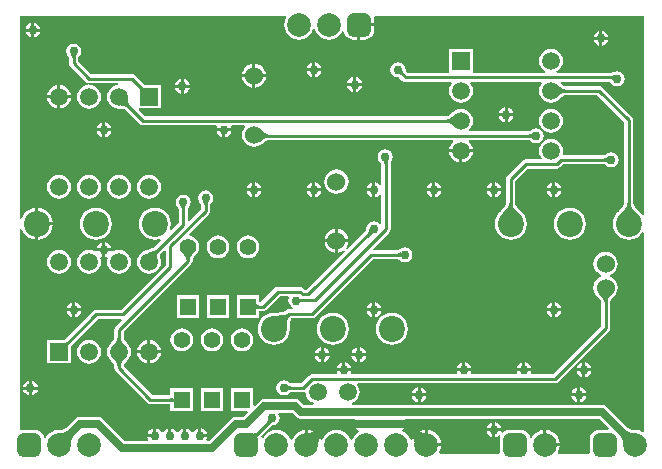
<source format=gbl>
G04*
G04 #@! TF.GenerationSoftware,Altium Limited,Altium Designer,18.1.6 (161)*
G04*
G04 Layer_Physical_Order=2*
G04 Layer_Color=16711680*
%FSLAX25Y25*%
%MOIN*%
G70*
G01*
G75*
%ADD10C,0.01000*%
%ADD31C,0.02500*%
%ADD32C,0.08661*%
%ADD33R,0.05543X0.05543*%
%ADD34C,0.05543*%
%ADD35C,0.05906*%
%ADD36C,0.07874*%
G04:AMPARAMS|DCode=37|XSize=78.74mil|YSize=78.74mil|CornerRadius=19.68mil|HoleSize=0mil|Usage=FLASHONLY|Rotation=0.000|XOffset=0mil|YOffset=0mil|HoleType=Round|Shape=RoundedRectangle|*
%AMROUNDEDRECTD37*
21,1,0.07874,0.03937,0,0,0.0*
21,1,0.03937,0.07874,0,0,0.0*
1,1,0.03937,0.01968,-0.01968*
1,1,0.03937,-0.01968,-0.01968*
1,1,0.03937,-0.01968,0.01968*
1,1,0.03937,0.01968,0.01968*
%
%ADD37ROUNDEDRECTD37*%
%ADD38C,0.06000*%
%ADD39R,0.05906X0.05906*%
%ADD40R,0.05906X0.05906*%
%ADD41C,0.03000*%
G36*
X210000Y-68452D02*
X209500Y-68593D01*
X208737Y-67598D01*
X208579Y-67477D01*
X208227Y-67122D01*
X207455Y-66264D01*
X207162Y-65895D01*
X206918Y-65551D01*
X206729Y-65245D01*
X206594Y-64980D01*
X206509Y-64764D01*
X206468Y-64604D01*
X206464Y-64561D01*
Y-36935D01*
X206348Y-36350D01*
X206016Y-35854D01*
X196081Y-25919D01*
X195585Y-25587D01*
X195000Y-25471D01*
X183604D01*
X183516Y-25452D01*
X183389Y-25409D01*
X183232Y-25338D01*
X183049Y-25236D01*
X182843Y-25101D01*
X182627Y-24939D01*
X182212Y-24577D01*
X182312Y-24202D01*
X182405Y-24077D01*
X198694D01*
X198707Y-24080D01*
X198714Y-24083D01*
X198714Y-24083D01*
X198721Y-24090D01*
X198732Y-24106D01*
X198734Y-24108D01*
X198775Y-24182D01*
X198808Y-24219D01*
X199198Y-24802D01*
X200025Y-25355D01*
X201000Y-25549D01*
X201975Y-25355D01*
X202802Y-24802D01*
X203355Y-23976D01*
X203549Y-23000D01*
X203355Y-22025D01*
X202802Y-21198D01*
X201975Y-20645D01*
X201000Y-20451D01*
X200025Y-20645D01*
X199849Y-20762D01*
X199835Y-20766D01*
X199724Y-20822D01*
X199508Y-20915D01*
X199439Y-20940D01*
X199240Y-20994D01*
X199171Y-21008D01*
X199098Y-21018D01*
X180936D01*
X180836Y-20518D01*
X180993Y-20453D01*
X181819Y-19819D01*
X182453Y-18993D01*
X182851Y-18032D01*
X182987Y-17000D01*
X182851Y-15968D01*
X182453Y-15007D01*
X181819Y-14181D01*
X180993Y-13547D01*
X180032Y-13149D01*
X179000Y-13013D01*
X177968Y-13149D01*
X177007Y-13547D01*
X176181Y-14181D01*
X175547Y-15007D01*
X175149Y-15968D01*
X175013Y-17000D01*
X175149Y-18032D01*
X175547Y-18993D01*
X176181Y-19819D01*
X177007Y-20453D01*
X177164Y-20518D01*
X177064Y-21018D01*
X153426D01*
X152953Y-20953D01*
X152953Y-20518D01*
Y-13047D01*
X145047D01*
X145047Y-20953D01*
X144574Y-21018D01*
X131181D01*
X130639Y-20476D01*
X130613Y-20437D01*
X130590Y-20394D01*
X130570Y-20349D01*
X130553Y-20299D01*
X130540Y-20243D01*
X130529Y-20180D01*
X130524Y-20127D01*
X130549Y-20000D01*
X130355Y-19025D01*
X129802Y-18198D01*
X128975Y-17645D01*
X128000Y-17451D01*
X127024Y-17645D01*
X126198Y-18198D01*
X125645Y-19025D01*
X125451Y-20000D01*
X125645Y-20976D01*
X126198Y-21802D01*
X127024Y-22355D01*
X128000Y-22549D01*
X128127Y-22524D01*
X128180Y-22529D01*
X128243Y-22539D01*
X128299Y-22554D01*
X128349Y-22570D01*
X128394Y-22590D01*
X128436Y-22613D01*
X128476Y-22639D01*
X129466Y-23629D01*
X129962Y-23960D01*
X130547Y-24077D01*
X145631D01*
X145877Y-24577D01*
X145547Y-25007D01*
X145149Y-25968D01*
X145013Y-27000D01*
X145149Y-28032D01*
X145547Y-28993D01*
X146181Y-29819D01*
X147007Y-30453D01*
X147968Y-30851D01*
X149000Y-30987D01*
X150032Y-30851D01*
X150993Y-30453D01*
X151819Y-29819D01*
X152453Y-28993D01*
X152851Y-28032D01*
X152987Y-27000D01*
X152851Y-25968D01*
X152453Y-25007D01*
X152123Y-24577D01*
X152369Y-24077D01*
X175631D01*
X175877Y-24577D01*
X175547Y-25007D01*
X175149Y-25968D01*
X175013Y-27000D01*
X175149Y-28032D01*
X175547Y-28993D01*
X176181Y-29819D01*
X177007Y-30453D01*
X177968Y-30851D01*
X179000Y-30987D01*
X180032Y-30851D01*
X180993Y-30453D01*
X181819Y-29819D01*
X181885Y-29734D01*
X182105Y-29517D01*
X182627Y-29061D01*
X182843Y-28899D01*
X183049Y-28764D01*
X183232Y-28662D01*
X183389Y-28591D01*
X183516Y-28548D01*
X183604Y-28529D01*
X194367D01*
X203406Y-37569D01*
Y-64561D01*
X203402Y-64604D01*
X203361Y-64764D01*
X203276Y-64980D01*
X203141Y-65245D01*
X202952Y-65551D01*
X202721Y-65877D01*
X201636Y-67129D01*
X201291Y-67477D01*
X201133Y-67598D01*
X200279Y-68712D01*
X199741Y-70008D01*
X199558Y-71400D01*
X199741Y-72792D01*
X200279Y-74088D01*
X201133Y-75202D01*
X202247Y-76056D01*
X203543Y-76594D01*
X204935Y-76777D01*
X206327Y-76594D01*
X207623Y-76056D01*
X208737Y-75202D01*
X209500Y-74208D01*
X210000Y-74348D01*
Y-140514D01*
X209552Y-140735D01*
X209490Y-140688D01*
X208289Y-140190D01*
X207000Y-140020D01*
X206844Y-140041D01*
X206603Y-140036D01*
X206276Y-140007D01*
X205969Y-139958D01*
X205683Y-139890D01*
X205415Y-139803D01*
X205164Y-139698D01*
X204929Y-139574D01*
X204706Y-139431D01*
X204571Y-139327D01*
X197622Y-132378D01*
X196878Y-131880D01*
X196000Y-131706D01*
X112732D01*
X112632Y-131206D01*
X113243Y-130953D01*
X114069Y-130319D01*
X114703Y-129494D01*
X115101Y-128532D01*
X115237Y-127500D01*
X115101Y-126468D01*
X114703Y-125507D01*
X114372Y-125076D01*
X114619Y-124576D01*
X180353D01*
X180938Y-124460D01*
X181434Y-124128D01*
X198281Y-107281D01*
X198613Y-106785D01*
X198729Y-106200D01*
Y-97317D01*
X198749Y-97227D01*
X198793Y-97096D01*
X198866Y-96936D01*
X198971Y-96749D01*
X199110Y-96538D01*
X199277Y-96316D01*
X199744Y-95782D01*
X199965Y-95557D01*
X200053Y-95490D01*
X200694Y-94654D01*
X201097Y-93681D01*
X201235Y-92637D01*
X201097Y-91593D01*
X200694Y-90620D01*
X200053Y-89784D01*
X199217Y-89143D01*
X198801Y-88971D01*
Y-88429D01*
X199217Y-88257D01*
X200053Y-87616D01*
X200694Y-86780D01*
X201097Y-85807D01*
X201235Y-84763D01*
X201097Y-83719D01*
X200694Y-82746D01*
X200053Y-81910D01*
X199217Y-81269D01*
X198244Y-80866D01*
X197200Y-80729D01*
X196156Y-80866D01*
X195183Y-81269D01*
X194347Y-81910D01*
X193706Y-82746D01*
X193303Y-83719D01*
X193166Y-84763D01*
X193303Y-85807D01*
X193706Y-86780D01*
X194347Y-87616D01*
X195183Y-88257D01*
X195599Y-88429D01*
Y-88971D01*
X195183Y-89143D01*
X194347Y-89784D01*
X193706Y-90620D01*
X193303Y-91593D01*
X193166Y-92637D01*
X193303Y-93681D01*
X193706Y-94654D01*
X194347Y-95490D01*
X194435Y-95557D01*
X194656Y-95782D01*
X195123Y-96316D01*
X195290Y-96538D01*
X195429Y-96749D01*
X195534Y-96936D01*
X195607Y-97096D01*
X195651Y-97227D01*
X195671Y-97317D01*
Y-105567D01*
X179719Y-121518D01*
X172523D01*
X172287Y-121077D01*
X172355Y-120975D01*
X172450Y-120500D01*
X167551D01*
X167645Y-120975D01*
X167713Y-121077D01*
X167477Y-121518D01*
X152523D01*
X152287Y-121077D01*
X152355Y-120975D01*
X152450Y-120500D01*
X147550D01*
X147645Y-120975D01*
X147713Y-121077D01*
X147477Y-121518D01*
X112523D01*
X112287Y-121077D01*
X112355Y-120975D01*
X112450Y-120500D01*
X107551D01*
X107645Y-120975D01*
X107713Y-121077D01*
X107477Y-121518D01*
X99406D01*
X98821Y-121634D01*
X98324Y-121966D01*
X95819Y-124471D01*
X92203D01*
X92156Y-124461D01*
X92110Y-124447D01*
X92064Y-124429D01*
X92017Y-124406D01*
X91968Y-124376D01*
X91915Y-124339D01*
X91874Y-124305D01*
X91802Y-124198D01*
X90975Y-123645D01*
X90000Y-123451D01*
X89025Y-123645D01*
X88198Y-124198D01*
X87645Y-125024D01*
X87451Y-126000D01*
X87645Y-126976D01*
X88198Y-127802D01*
X89025Y-128355D01*
X90000Y-128549D01*
X90975Y-128355D01*
X91802Y-127802D01*
X91874Y-127695D01*
X91915Y-127661D01*
X91968Y-127624D01*
X92017Y-127594D01*
X92064Y-127571D01*
X92110Y-127553D01*
X92156Y-127539D01*
X92203Y-127529D01*
X96453D01*
X96776Y-127465D01*
X96804Y-127467D01*
X97268Y-127770D01*
X97307Y-127831D01*
X97399Y-128532D01*
X97797Y-129493D01*
X98431Y-130319D01*
X99257Y-130953D01*
X99868Y-131206D01*
X99769Y-131706D01*
X96550D01*
X95222Y-130378D01*
X94478Y-129880D01*
X93600Y-129706D01*
X83500D01*
X82622Y-129880D01*
X81878Y-130378D01*
X80234Y-132022D01*
X79772Y-131831D01*
Y-126228D01*
X72228D01*
Y-133772D01*
X77831D01*
X78022Y-134234D01*
X76550Y-135706D01*
X74000D01*
X73122Y-135880D01*
X72378Y-136378D01*
X65050Y-143706D01*
X64397D01*
X64161Y-143265D01*
X64355Y-142975D01*
X64450Y-142500D01*
X62000D01*
Y-142000D01*
X61500D01*
Y-139550D01*
X61024Y-139645D01*
X60198Y-140198D01*
X59785Y-140816D01*
X59215D01*
X58802Y-140198D01*
X57976Y-139645D01*
X57500Y-139550D01*
Y-142000D01*
X56500D01*
Y-139550D01*
X56024Y-139645D01*
X55198Y-140198D01*
X54785Y-140816D01*
X54216D01*
X53802Y-140198D01*
X52975Y-139645D01*
X52500Y-139550D01*
Y-142000D01*
X51500D01*
Y-139550D01*
X51025Y-139645D01*
X50198Y-140198D01*
X49745Y-140875D01*
X49696Y-140891D01*
X49239D01*
X49190Y-140875D01*
X48737Y-140198D01*
X47910Y-139645D01*
X47435Y-139550D01*
Y-142000D01*
X46935D01*
Y-142500D01*
X44486D01*
X44580Y-142975D01*
X44774Y-143265D01*
X44538Y-143706D01*
X36950D01*
X29622Y-136378D01*
X28878Y-135880D01*
X28000Y-135706D01*
X22000D01*
X21122Y-135880D01*
X20378Y-136378D01*
X17429Y-139327D01*
X17294Y-139431D01*
X17071Y-139574D01*
X16836Y-139698D01*
X16585Y-139803D01*
X16317Y-139890D01*
X16031Y-139958D01*
X15724Y-140007D01*
X15397Y-140036D01*
X15156Y-140041D01*
X15000Y-140020D01*
X13711Y-140190D01*
X12510Y-140688D01*
X11479Y-141479D01*
X10688Y-142510D01*
X10526Y-142900D01*
X10448Y-142915D01*
X9895Y-142518D01*
X9861Y-142256D01*
X9561Y-141534D01*
X9086Y-140914D01*
X8466Y-140438D01*
X7743Y-140139D01*
X6968Y-140037D01*
X3032D01*
X2500Y-140107D01*
X2000Y-139754D01*
Y-73201D01*
X2500Y-73102D01*
X2909Y-74088D01*
X3763Y-75202D01*
X4877Y-76056D01*
X6173Y-76594D01*
X7065Y-76711D01*
Y-71400D01*
Y-66089D01*
X6173Y-66207D01*
X4877Y-66744D01*
X3763Y-67598D01*
X2909Y-68712D01*
X2500Y-69698D01*
X2000Y-69599D01*
Y-2000D01*
X90514D01*
X90735Y-2448D01*
X90688Y-2510D01*
X90190Y-3711D01*
X90020Y-5000D01*
X90190Y-6289D01*
X90688Y-7490D01*
X91479Y-8521D01*
X92510Y-9313D01*
X93711Y-9810D01*
X95000Y-9980D01*
X96289Y-9810D01*
X97490Y-9313D01*
X98521Y-8521D01*
X99313Y-7490D01*
X99729Y-6483D01*
X100271D01*
X100688Y-7490D01*
X101479Y-8521D01*
X102510Y-9313D01*
X103711Y-9810D01*
X105000Y-9980D01*
X106289Y-9810D01*
X107490Y-9313D01*
X108521Y-8521D01*
X109312Y-7490D01*
X109474Y-7100D01*
X109552Y-7085D01*
X110105Y-7482D01*
X110139Y-7743D01*
X110439Y-8466D01*
X110914Y-9086D01*
X111534Y-9561D01*
X112257Y-9861D01*
X113031Y-9963D01*
X114500D01*
Y-5000D01*
X115000D01*
Y-4500D01*
X119963D01*
Y-3032D01*
X119893Y-2500D01*
X120246Y-2000D01*
X210000D01*
Y-68452D01*
D02*
G37*
G36*
X129503Y-20166D02*
X129517Y-20312D01*
X129541Y-20453D01*
X129575Y-20587D01*
X129619Y-20717D01*
X129673Y-20841D01*
X129737Y-20960D01*
X129811Y-21073D01*
X129895Y-21181D01*
X129990Y-21283D01*
X129283Y-21990D01*
X129181Y-21895D01*
X129073Y-21811D01*
X128960Y-21737D01*
X128841Y-21673D01*
X128717Y-21619D01*
X128587Y-21575D01*
X128453Y-21541D01*
X128312Y-21517D01*
X128166Y-21503D01*
X128015Y-21500D01*
X129500Y-20015D01*
X129503Y-20166D01*
D02*
G37*
G36*
X199662Y-23678D02*
X199594Y-23558D01*
X199517Y-23451D01*
X199432Y-23356D01*
X199339Y-23274D01*
X199237Y-23205D01*
X199127Y-23148D01*
X199008Y-23104D01*
X198881Y-23073D01*
X198745Y-23054D01*
X198601Y-23047D01*
X198942Y-22047D01*
X199073Y-22043D01*
X199205Y-22032D01*
X199339Y-22014D01*
X199473Y-21988D01*
X199744Y-21914D01*
X199880Y-21865D01*
X200156Y-21746D01*
X200296Y-21676D01*
X199662Y-23678D01*
D02*
G37*
G36*
X181411Y-25231D02*
X181985Y-25732D01*
X182258Y-25936D01*
X182520Y-26108D01*
X182772Y-26249D01*
X183015Y-26359D01*
X183247Y-26437D01*
X183469Y-26484D01*
X183682Y-26500D01*
Y-27500D01*
X183469Y-27516D01*
X183247Y-27563D01*
X183015Y-27641D01*
X182772Y-27751D01*
X182520Y-27892D01*
X182258Y-28064D01*
X181985Y-28268D01*
X181411Y-28769D01*
X181109Y-29067D01*
Y-24933D01*
X181411Y-25231D01*
D02*
G37*
G36*
X205460Y-64777D02*
X205536Y-65077D01*
X205663Y-65399D01*
X205840Y-65746D01*
X206068Y-66115D01*
X206346Y-66507D01*
X206676Y-66922D01*
X207486Y-67822D01*
X207966Y-68307D01*
X201904D01*
X202384Y-67822D01*
X203524Y-66507D01*
X203802Y-66115D01*
X204030Y-65746D01*
X204207Y-65399D01*
X204334Y-65077D01*
X204410Y-64777D01*
X204435Y-64500D01*
X205435D01*
X205460Y-64777D01*
D02*
G37*
G36*
X198996Y-95088D02*
X198484Y-95674D01*
X198276Y-95951D01*
X198100Y-96218D01*
X197956Y-96474D01*
X197844Y-96720D01*
X197764Y-96955D01*
X197716Y-97180D01*
X197700Y-97395D01*
X196700D01*
X196684Y-97180D01*
X196636Y-96955D01*
X196556Y-96720D01*
X196444Y-96474D01*
X196300Y-96218D01*
X196124Y-95951D01*
X195916Y-95674D01*
X195404Y-95088D01*
X195100Y-94779D01*
X199300D01*
X198996Y-95088D01*
D02*
G37*
G36*
X91181Y-125055D02*
X91293Y-125148D01*
X91409Y-125231D01*
X91529Y-125302D01*
X91651Y-125363D01*
X91777Y-125412D01*
X91907Y-125451D01*
X92039Y-125478D01*
X92175Y-125495D01*
X92314Y-125500D01*
Y-126500D01*
X92175Y-126505D01*
X92039Y-126522D01*
X91907Y-126549D01*
X91777Y-126588D01*
X91651Y-126637D01*
X91529Y-126698D01*
X91409Y-126769D01*
X91293Y-126852D01*
X91181Y-126945D01*
X91071Y-127050D01*
Y-124950D01*
X91181Y-125055D01*
D02*
G37*
G36*
X86339Y-137461D02*
X86187Y-137500D01*
X85903Y-137595D01*
X85769Y-137651D01*
X85642Y-137714D01*
X85520Y-137782D01*
X85405Y-137855D01*
X85296Y-137935D01*
X85192Y-138021D01*
X85095Y-138112D01*
X84205Y-137588D01*
X84301Y-137483D01*
X84384Y-137374D01*
X84453Y-137261D01*
X84508Y-137144D01*
X84549Y-137024D01*
X84576Y-136900D01*
X84590Y-136773D01*
X84589Y-136641D01*
X84574Y-136507D01*
X84546Y-136368D01*
X86339Y-137461D01*
D02*
G37*
G36*
X81878Y-141329D02*
X81718Y-141496D01*
X81470Y-141800D01*
X81382Y-141936D01*
X81319Y-142062D01*
X81280Y-142178D01*
X81265Y-142284D01*
X81274Y-142379D01*
X81307Y-142464D01*
X81365Y-142539D01*
X79961Y-141135D01*
X80036Y-141193D01*
X80121Y-141226D01*
X80216Y-141235D01*
X80322Y-141220D01*
X80438Y-141181D01*
X80564Y-141118D01*
X80700Y-141030D01*
X80847Y-140918D01*
X81004Y-140782D01*
X81171Y-140622D01*
X81878Y-141329D01*
D02*
G37*
G36*
X93978Y-135622D02*
X94722Y-136119D01*
X95600Y-136294D01*
X113603D01*
X113839Y-136735D01*
X113645Y-137024D01*
X113550Y-137500D01*
X116000D01*
Y-138500D01*
X113550D01*
X113645Y-138976D01*
X114198Y-139802D01*
X114826Y-140223D01*
X114866Y-140322D01*
X114870Y-140779D01*
X114862Y-140802D01*
X113979Y-141479D01*
X113188Y-142510D01*
X112771Y-143517D01*
X112229D01*
X111812Y-142510D01*
X111021Y-141479D01*
X109990Y-140688D01*
X108789Y-140190D01*
X107500Y-140020D01*
X106211Y-140190D01*
X105010Y-140688D01*
X103979Y-141479D01*
X103188Y-142510D01*
X102771Y-143517D01*
X102229D01*
X101893Y-142704D01*
X101879Y-142729D01*
X101741Y-143060D01*
X101628Y-143407D01*
X101541Y-143770D01*
X101480Y-144150D01*
X101446Y-144547D01*
X101437Y-144961D01*
X98000Y-141524D01*
Y-145000D01*
X97000D01*
Y-140086D01*
X96211Y-140190D01*
X95010Y-140688D01*
X93979Y-141479D01*
X93187Y-142510D01*
X92771Y-143517D01*
X92229D01*
X91812Y-142510D01*
X91021Y-141479D01*
X89990Y-140688D01*
X88789Y-140190D01*
X87500Y-140020D01*
X86211Y-140190D01*
X85010Y-140688D01*
X83979Y-141479D01*
X83188Y-142510D01*
X83026Y-142900D01*
X82948Y-142915D01*
X82395Y-142518D01*
X82368Y-142312D01*
X82445Y-142218D01*
X85924Y-138739D01*
X85981Y-138698D01*
X86045Y-138656D01*
X86115Y-138617D01*
X86191Y-138580D01*
X86263Y-138550D01*
X86476Y-138479D01*
X86592Y-138449D01*
X86655Y-138419D01*
X86976Y-138355D01*
X87802Y-137802D01*
X88355Y-136976D01*
X88549Y-136000D01*
X88355Y-135024D01*
X88161Y-134735D01*
X88397Y-134294D01*
X92650D01*
X93978Y-135622D01*
D02*
G37*
G36*
X203838Y-140049D02*
X204118Y-140265D01*
X204415Y-140456D01*
X204729Y-140621D01*
X205060Y-140759D01*
X205407Y-140872D01*
X205770Y-140959D01*
X206150Y-141020D01*
X206547Y-141054D01*
X206961Y-141063D01*
X203063Y-144961D01*
X203054Y-144547D01*
X203020Y-144150D01*
X202959Y-143770D01*
X202872Y-143407D01*
X202759Y-143060D01*
X202621Y-142729D01*
X202456Y-142415D01*
X202265Y-142118D01*
X202049Y-141838D01*
X201806Y-141574D01*
X203574Y-139806D01*
X203838Y-140049D01*
D02*
G37*
G36*
X20194Y-141574D02*
X19951Y-141838D01*
X19735Y-142118D01*
X19544Y-142415D01*
X19379Y-142729D01*
X19241Y-143060D01*
X19128Y-143407D01*
X19041Y-143770D01*
X18980Y-144150D01*
X18946Y-144547D01*
X18937Y-144961D01*
X15039Y-141063D01*
X15453Y-141054D01*
X15850Y-141020D01*
X16230Y-140959D01*
X16593Y-140872D01*
X16940Y-140759D01*
X17271Y-140621D01*
X17585Y-140456D01*
X17882Y-140265D01*
X18162Y-140049D01*
X18426Y-139806D01*
X20194Y-141574D01*
D02*
G37*
G36*
X198331Y-139575D02*
X198140Y-140037D01*
X195031D01*
X194256Y-140139D01*
X193534Y-140438D01*
X192914Y-140914D01*
X192438Y-141534D01*
X192139Y-142256D01*
X192037Y-143032D01*
Y-146968D01*
X192107Y-147500D01*
X191754Y-148000D01*
X181486D01*
X181265Y-147552D01*
X181313Y-147490D01*
X181810Y-146289D01*
X181914Y-145500D01*
X177000D01*
Y-145000D01*
X176500D01*
Y-140086D01*
X175711Y-140190D01*
X174510Y-140688D01*
X173479Y-141479D01*
X172687Y-142510D01*
X172526Y-142900D01*
X172449Y-142915D01*
X171895Y-142518D01*
X171861Y-142256D01*
X171562Y-141534D01*
X171086Y-140914D01*
X170466Y-140438D01*
X169744Y-140139D01*
X168968Y-140037D01*
X165032D01*
X164257Y-140139D01*
X163534Y-140438D01*
X162914Y-140914D01*
X162864Y-140980D01*
X162396Y-140768D01*
X162450Y-140500D01*
X160500D01*
Y-142449D01*
X160976Y-142355D01*
X161780Y-141817D01*
X161817Y-141825D01*
X162183Y-142152D01*
X162139Y-142256D01*
X162037Y-143032D01*
Y-146968D01*
X162107Y-147500D01*
X161754Y-148000D01*
X141986D01*
X141765Y-147552D01*
X141813Y-147490D01*
X142310Y-146289D01*
X142414Y-145500D01*
X137500D01*
Y-145000D01*
X137000D01*
Y-141524D01*
X133563Y-144961D01*
X133554Y-144547D01*
X133520Y-144150D01*
X133459Y-143770D01*
X133372Y-143407D01*
X133259Y-143060D01*
X133121Y-142729D01*
X133107Y-142704D01*
X132771Y-143517D01*
X132229D01*
X131813Y-142510D01*
X131021Y-141479D01*
X129990Y-140688D01*
X129546Y-140504D01*
X129497Y-140006D01*
X129802Y-139802D01*
X130355Y-138976D01*
X130449Y-138500D01*
X128000D01*
Y-137500D01*
X130449D01*
X130355Y-137024D01*
X130161Y-136735D01*
X130397Y-136294D01*
X195050D01*
X198331Y-139575D01*
D02*
G37*
%LPC*%
G36*
X6802Y-4353D02*
Y-6302D01*
X8752D01*
X8657Y-5827D01*
X8105Y-5000D01*
X7278Y-4447D01*
X6802Y-4353D01*
D02*
G37*
G36*
X5802D02*
X5327Y-4447D01*
X4500Y-5000D01*
X3947Y-5827D01*
X3853Y-6302D01*
X5802D01*
Y-4353D01*
D02*
G37*
G36*
X196168Y-7112D02*
Y-9061D01*
X198117D01*
X198023Y-8586D01*
X197470Y-7759D01*
X196643Y-7207D01*
X196168Y-7112D01*
D02*
G37*
G36*
X195168D02*
X194693Y-7207D01*
X193866Y-7759D01*
X193313Y-8586D01*
X193218Y-9061D01*
X195168D01*
Y-7112D01*
D02*
G37*
G36*
X8752Y-7302D02*
X6802D01*
Y-9252D01*
X7278Y-9157D01*
X8105Y-8605D01*
X8657Y-7778D01*
X8752Y-7302D01*
D02*
G37*
G36*
X5802D02*
X3853D01*
X3947Y-7778D01*
X4500Y-8605D01*
X5327Y-9157D01*
X5802Y-9252D01*
Y-7302D01*
D02*
G37*
G36*
X119963Y-5500D02*
X115500D01*
Y-9963D01*
X116969D01*
X117744Y-9861D01*
X118466Y-9561D01*
X119086Y-9086D01*
X119562Y-8466D01*
X119861Y-7743D01*
X119963Y-6968D01*
Y-5500D01*
D02*
G37*
G36*
X198117Y-10062D02*
X196168D01*
Y-12011D01*
X196643Y-11916D01*
X197470Y-11364D01*
X198023Y-10537D01*
X198117Y-10062D01*
D02*
G37*
G36*
X195168D02*
X193218D01*
X193313Y-10537D01*
X193866Y-11364D01*
X194693Y-11916D01*
X195168Y-12011D01*
Y-10062D01*
D02*
G37*
G36*
X100500Y-17550D02*
Y-19500D01*
X102450D01*
X102355Y-19025D01*
X101802Y-18198D01*
X100976Y-17645D01*
X100500Y-17550D01*
D02*
G37*
G36*
X99500D02*
X99024Y-17645D01*
X98198Y-18198D01*
X97645Y-19025D01*
X97550Y-19500D01*
X99500D01*
Y-17550D01*
D02*
G37*
G36*
X80500Y-18031D02*
Y-21500D01*
X83969D01*
X83897Y-20956D01*
X83494Y-19983D01*
X82853Y-19147D01*
X82017Y-18506D01*
X81044Y-18103D01*
X80500Y-18031D01*
D02*
G37*
G36*
X79500D02*
X78956Y-18103D01*
X77983Y-18506D01*
X77147Y-19147D01*
X76506Y-19983D01*
X76103Y-20956D01*
X76031Y-21500D01*
X79500D01*
Y-18031D01*
D02*
G37*
G36*
X102450Y-20500D02*
X100500D01*
Y-22449D01*
X100976Y-22355D01*
X101802Y-21802D01*
X102355Y-20976D01*
X102450Y-20500D01*
D02*
G37*
G36*
X99500D02*
X97550D01*
X97645Y-20976D01*
X98198Y-21802D01*
X99024Y-22355D01*
X99500Y-22449D01*
Y-20500D01*
D02*
G37*
G36*
X114015Y-22527D02*
Y-24477D01*
X115965D01*
X115870Y-24002D01*
X115318Y-23175D01*
X114491Y-22622D01*
X114015Y-22527D01*
D02*
G37*
G36*
X113015D02*
X112540Y-22622D01*
X111713Y-23175D01*
X111161Y-24002D01*
X111066Y-24477D01*
X113015D01*
Y-22527D01*
D02*
G37*
G36*
X56563Y-23098D02*
Y-25047D01*
X58513D01*
X58418Y-24572D01*
X57865Y-23745D01*
X57038Y-23192D01*
X56563Y-23098D01*
D02*
G37*
G36*
X55563D02*
X55088Y-23192D01*
X54261Y-23745D01*
X53708Y-24572D01*
X53614Y-25047D01*
X55563D01*
Y-23098D01*
D02*
G37*
G36*
X83969Y-22500D02*
X80500D01*
Y-25969D01*
X81044Y-25897D01*
X82017Y-25494D01*
X82853Y-24853D01*
X83494Y-24017D01*
X83897Y-23044D01*
X83969Y-22500D01*
D02*
G37*
G36*
X79500D02*
X76031D01*
X76103Y-23044D01*
X76506Y-24017D01*
X77147Y-24853D01*
X77983Y-25494D01*
X78956Y-25897D01*
X79500Y-25969D01*
Y-22500D01*
D02*
G37*
G36*
X115965Y-25477D02*
X114015D01*
Y-27426D01*
X114491Y-27332D01*
X115318Y-26779D01*
X115870Y-25952D01*
X115965Y-25477D01*
D02*
G37*
G36*
X113015D02*
X111066D01*
X111161Y-25952D01*
X111713Y-26779D01*
X112540Y-27332D01*
X113015Y-27426D01*
Y-25477D01*
D02*
G37*
G36*
X58513Y-26047D02*
X56563D01*
Y-27997D01*
X57038Y-27902D01*
X57865Y-27350D01*
X58418Y-26523D01*
X58513Y-26047D01*
D02*
G37*
G36*
X55563D02*
X53614D01*
X53708Y-26523D01*
X54261Y-27350D01*
X55088Y-27902D01*
X55563Y-27997D01*
Y-26047D01*
D02*
G37*
G36*
X15500Y-25079D02*
Y-28500D01*
X18921D01*
X18851Y-27968D01*
X18453Y-27007D01*
X17819Y-26181D01*
X16993Y-25547D01*
X16032Y-25149D01*
X15500Y-25079D01*
D02*
G37*
G36*
X14500D02*
X13968Y-25149D01*
X13007Y-25547D01*
X12181Y-26181D01*
X11547Y-27007D01*
X11149Y-27968D01*
X11079Y-28500D01*
X14500D01*
Y-25079D01*
D02*
G37*
G36*
X18921Y-29500D02*
X15500D01*
Y-32921D01*
X16032Y-32851D01*
X16993Y-32453D01*
X17819Y-31819D01*
X18453Y-30993D01*
X18851Y-30032D01*
X18921Y-29500D01*
D02*
G37*
G36*
X14500D02*
X11079D01*
X11149Y-30032D01*
X11547Y-30993D01*
X12181Y-31819D01*
X13007Y-32453D01*
X13968Y-32851D01*
X14500Y-32921D01*
Y-29500D01*
D02*
G37*
G36*
X164536Y-32550D02*
Y-34500D01*
X166485D01*
X166391Y-34025D01*
X165838Y-33198D01*
X165011Y-32645D01*
X164536Y-32550D01*
D02*
G37*
G36*
X163536D02*
X163060Y-32645D01*
X162233Y-33198D01*
X161681Y-34025D01*
X161586Y-34500D01*
X163536D01*
Y-32550D01*
D02*
G37*
G36*
X166485Y-35500D02*
X164536D01*
Y-37449D01*
X165011Y-37355D01*
X165838Y-36802D01*
X166391Y-35976D01*
X166485Y-35500D01*
D02*
G37*
G36*
X163536D02*
X161586D01*
X161681Y-35976D01*
X162233Y-36802D01*
X163060Y-37355D01*
X163536Y-37449D01*
Y-35500D01*
D02*
G37*
G36*
X30500Y-37551D02*
Y-39500D01*
X32449D01*
X32355Y-39024D01*
X31802Y-38198D01*
X30975Y-37645D01*
X30500Y-37551D01*
D02*
G37*
G36*
X29500D02*
X29024Y-37645D01*
X28198Y-38198D01*
X27645Y-39024D01*
X27551Y-39500D01*
X29500D01*
Y-37551D01*
D02*
G37*
G36*
X179000Y-33013D02*
X177968Y-33149D01*
X177007Y-33547D01*
X176181Y-34181D01*
X175547Y-35007D01*
X175149Y-35968D01*
X175013Y-37000D01*
X175149Y-38032D01*
X175547Y-38993D01*
X176181Y-39819D01*
X177007Y-40453D01*
X177968Y-40851D01*
X179000Y-40987D01*
X180032Y-40851D01*
X180993Y-40453D01*
X181819Y-39819D01*
X182453Y-38993D01*
X182851Y-38032D01*
X182987Y-37000D01*
X182851Y-35968D01*
X182453Y-35007D01*
X181819Y-34181D01*
X180993Y-33547D01*
X180032Y-33149D01*
X179000Y-33013D01*
D02*
G37*
G36*
X72449Y-40500D02*
X70500D01*
Y-42450D01*
X70976Y-42355D01*
X71802Y-41802D01*
X72355Y-40975D01*
X72449Y-40500D01*
D02*
G37*
G36*
X69500D02*
X67550D01*
X67645Y-40975D01*
X68198Y-41802D01*
X69024Y-42355D01*
X69500Y-42450D01*
Y-40500D01*
D02*
G37*
G36*
X32449D02*
X30500D01*
Y-42450D01*
X30975Y-42355D01*
X31802Y-41802D01*
X32355Y-40975D01*
X32449Y-40500D01*
D02*
G37*
G36*
X29500D02*
X27551D01*
X27645Y-40975D01*
X28198Y-41802D01*
X29024Y-42355D01*
X29500Y-42450D01*
Y-40500D01*
D02*
G37*
G36*
X19900Y-11351D02*
X18925Y-11545D01*
X18098Y-12098D01*
X17545Y-12924D01*
X17351Y-13900D01*
X17545Y-14875D01*
X18098Y-15702D01*
X18205Y-15774D01*
X18239Y-15815D01*
X18276Y-15868D01*
X18306Y-15917D01*
X18329Y-15964D01*
X18347Y-16010D01*
X18361Y-16056D01*
X18371Y-16103D01*
Y-17900D01*
X18487Y-18485D01*
X18819Y-18981D01*
X23919Y-24081D01*
X24415Y-24413D01*
X25000Y-24529D01*
X25002Y-24535D01*
X24830Y-25036D01*
X24646Y-25060D01*
X23968Y-25149D01*
X23007Y-25547D01*
X22181Y-26181D01*
X21547Y-27007D01*
X21149Y-27968D01*
X21013Y-29000D01*
X21149Y-30032D01*
X21547Y-30993D01*
X22181Y-31819D01*
X23007Y-32453D01*
X23968Y-32851D01*
X25000Y-32987D01*
X26032Y-32851D01*
X26993Y-32453D01*
X27819Y-31819D01*
X28453Y-30993D01*
X28851Y-30032D01*
X28987Y-29000D01*
X28851Y-27968D01*
X28453Y-27007D01*
X27819Y-26181D01*
X26993Y-25547D01*
X26032Y-25149D01*
X25480Y-25076D01*
X25198Y-25039D01*
X25133Y-24879D01*
X25153Y-24574D01*
X25487Y-24529D01*
X25156Y-24529D01*
Y-24529D01*
X25512Y-24529D01*
X34655D01*
X34682Y-24551D01*
X34664Y-24808D01*
X34536Y-25074D01*
X33968Y-25149D01*
X33007Y-25547D01*
X32181Y-26181D01*
X31547Y-27007D01*
X31149Y-27968D01*
X31013Y-29000D01*
X31149Y-30032D01*
X31547Y-30993D01*
X32181Y-31819D01*
X33007Y-32453D01*
X33968Y-32851D01*
X35000Y-32987D01*
X35107Y-32973D01*
X35415Y-32975D01*
X36107Y-33022D01*
X36375Y-33061D01*
X36616Y-33110D01*
X36817Y-33167D01*
X36978Y-33228D01*
X37099Y-33288D01*
X37174Y-33337D01*
X41919Y-38081D01*
X42415Y-38413D01*
X43000Y-38529D01*
X67446D01*
X67681Y-38970D01*
X67645Y-39024D01*
X67550Y-39500D01*
X72449D01*
X72355Y-39024D01*
X72319Y-38970D01*
X72554Y-38529D01*
X76749D01*
X76996Y-39029D01*
X76506Y-39668D01*
X76103Y-40641D01*
X75965Y-41685D01*
X76103Y-42729D01*
X76506Y-43702D01*
X77147Y-44538D01*
X77983Y-45179D01*
X78956Y-45582D01*
X80000Y-45720D01*
X81044Y-45582D01*
X82017Y-45179D01*
X82459Y-44840D01*
X82549Y-44793D01*
X82891Y-44518D01*
X83194Y-44289D01*
X83765Y-43905D01*
X83995Y-43773D01*
X84206Y-43667D01*
X84384Y-43593D01*
X84527Y-43548D01*
X84615Y-43529D01*
X146209D01*
X146378Y-44029D01*
X146181Y-44181D01*
X145547Y-45007D01*
X145149Y-45968D01*
X145079Y-46500D01*
X152921D01*
X152851Y-45968D01*
X152453Y-45007D01*
X151819Y-44181D01*
X151622Y-44029D01*
X151792Y-43529D01*
X171797D01*
X171844Y-43539D01*
X171890Y-43553D01*
X171936Y-43571D01*
X171983Y-43594D01*
X172032Y-43624D01*
X172085Y-43661D01*
X172126Y-43695D01*
X172198Y-43802D01*
X173024Y-44355D01*
X174000Y-44549D01*
X174976Y-44355D01*
X175802Y-43802D01*
X176355Y-42976D01*
X176549Y-42000D01*
X176355Y-41025D01*
X175802Y-40198D01*
X174976Y-39645D01*
X174000Y-39451D01*
X173024Y-39645D01*
X172198Y-40198D01*
X172126Y-40305D01*
X172085Y-40339D01*
X172032Y-40376D01*
X171983Y-40406D01*
X171936Y-40429D01*
X171890Y-40447D01*
X171844Y-40461D01*
X171797Y-40471D01*
X151792D01*
X151622Y-39971D01*
X151819Y-39819D01*
X152453Y-38993D01*
X152851Y-38032D01*
X152987Y-37000D01*
X152851Y-35968D01*
X152453Y-35007D01*
X151819Y-34181D01*
X150993Y-33547D01*
X150032Y-33149D01*
X149000Y-33013D01*
X147968Y-33149D01*
X147007Y-33547D01*
X146181Y-34181D01*
X146115Y-34266D01*
X145895Y-34483D01*
X145373Y-34939D01*
X145157Y-35101D01*
X144951Y-35236D01*
X144768Y-35338D01*
X144611Y-35409D01*
X144484Y-35452D01*
X144396Y-35471D01*
X43633D01*
X41578Y-33415D01*
X41769Y-32953D01*
X48953D01*
Y-25047D01*
X43559D01*
X43523Y-25023D01*
X43286Y-24823D01*
X40381Y-21919D01*
X39885Y-21587D01*
X39300Y-21471D01*
X25633D01*
X21429Y-17266D01*
Y-16103D01*
X21439Y-16056D01*
X21453Y-16010D01*
X21471Y-15964D01*
X21494Y-15917D01*
X21524Y-15868D01*
X21561Y-15815D01*
X21595Y-15774D01*
X21702Y-15702D01*
X22255Y-14875D01*
X22449Y-13900D01*
X22255Y-12924D01*
X21702Y-12098D01*
X20876Y-11545D01*
X19900Y-11351D01*
D02*
G37*
G36*
X152921Y-47500D02*
X149500D01*
Y-50921D01*
X150032Y-50851D01*
X150993Y-50453D01*
X151819Y-49819D01*
X152453Y-48993D01*
X152851Y-48032D01*
X152921Y-47500D01*
D02*
G37*
G36*
X148500D02*
X145079D01*
X145149Y-48032D01*
X145547Y-48993D01*
X146181Y-49819D01*
X147007Y-50453D01*
X147968Y-50851D01*
X148500Y-50921D01*
Y-47500D01*
D02*
G37*
G36*
X179000Y-43013D02*
X177968Y-43149D01*
X177007Y-43547D01*
X176181Y-44181D01*
X175547Y-45007D01*
X175149Y-45968D01*
X175013Y-47000D01*
X175149Y-48032D01*
X175547Y-48993D01*
X175877Y-49423D01*
X175631Y-49923D01*
X170547D01*
X169962Y-50040D01*
X169466Y-50371D01*
X164483Y-55354D01*
X164152Y-55850D01*
X164036Y-56435D01*
Y-64561D01*
X164032Y-64604D01*
X163991Y-64764D01*
X163906Y-64980D01*
X163771Y-65245D01*
X163582Y-65551D01*
X163351Y-65877D01*
X162266Y-67129D01*
X161921Y-67477D01*
X161763Y-67598D01*
X160909Y-68712D01*
X160371Y-70008D01*
X160188Y-71400D01*
X160371Y-72792D01*
X160909Y-74088D01*
X161763Y-75202D01*
X162877Y-76056D01*
X164173Y-76594D01*
X165565Y-76777D01*
X166956Y-76594D01*
X168253Y-76056D01*
X169367Y-75202D01*
X170221Y-74088D01*
X170758Y-72792D01*
X170942Y-71400D01*
X170758Y-70008D01*
X170221Y-68712D01*
X169367Y-67598D01*
X169209Y-67477D01*
X168857Y-67122D01*
X168085Y-66264D01*
X167792Y-65895D01*
X167548Y-65551D01*
X167359Y-65245D01*
X167224Y-64980D01*
X167139Y-64764D01*
X167098Y-64604D01*
X167094Y-64561D01*
Y-57069D01*
X171181Y-52982D01*
X180844D01*
X181430Y-52866D01*
X181926Y-52534D01*
X182931Y-51529D01*
X196797D01*
X196844Y-51539D01*
X196890Y-51553D01*
X196936Y-51571D01*
X196983Y-51594D01*
X197032Y-51624D01*
X197085Y-51661D01*
X197126Y-51695D01*
X197198Y-51802D01*
X198024Y-52355D01*
X199000Y-52549D01*
X199976Y-52355D01*
X200802Y-51802D01*
X201355Y-50976D01*
X201549Y-50000D01*
X201355Y-49025D01*
X200802Y-48198D01*
X199976Y-47645D01*
X199000Y-47451D01*
X198024Y-47645D01*
X197198Y-48198D01*
X197126Y-48305D01*
X197085Y-48339D01*
X197032Y-48376D01*
X196983Y-48406D01*
X196936Y-48429D01*
X196890Y-48447D01*
X196844Y-48461D01*
X196797Y-48471D01*
X183119D01*
X182912Y-48160D01*
X182859Y-47971D01*
X182987Y-47000D01*
X182851Y-45968D01*
X182453Y-45007D01*
X181819Y-44181D01*
X180993Y-43547D01*
X180032Y-43149D01*
X179000Y-43013D01*
D02*
G37*
G36*
X123800Y-46451D02*
X122825Y-46645D01*
X121998Y-47198D01*
X121445Y-48024D01*
X121251Y-49000D01*
X121445Y-49975D01*
X121998Y-50802D01*
X122231Y-50958D01*
X122260Y-50994D01*
X122341Y-51059D01*
X122378Y-51095D01*
X122406Y-51127D01*
X122426Y-51156D01*
X122442Y-51182D01*
X122454Y-51209D01*
X122464Y-51238D01*
X122471Y-51269D01*
Y-58298D01*
X121971Y-58449D01*
X121802Y-58198D01*
X120975Y-57645D01*
X120500Y-57551D01*
Y-60000D01*
Y-62450D01*
X120975Y-62355D01*
X121802Y-61802D01*
X121971Y-61551D01*
X122471Y-61702D01*
Y-71298D01*
X121971Y-71449D01*
X121802Y-71198D01*
X120975Y-70645D01*
X120000Y-70451D01*
X119025Y-70645D01*
X118198Y-71198D01*
X117645Y-72025D01*
X117451Y-73000D01*
X117476Y-73127D01*
X117471Y-73180D01*
X117461Y-73243D01*
X117446Y-73299D01*
X117430Y-73349D01*
X117410Y-73394D01*
X117387Y-73436D01*
X117361Y-73476D01*
X110979Y-79858D01*
X110602Y-79528D01*
X110994Y-79017D01*
X111397Y-78044D01*
X111469Y-77500D01*
X108000D01*
Y-80969D01*
X108544Y-80897D01*
X109517Y-80494D01*
X110028Y-80102D01*
X110358Y-80479D01*
X97424Y-93413D01*
X96838D01*
X96324Y-92899D01*
X95828Y-92568D01*
X95243Y-92452D01*
X87910D01*
X87325Y-92568D01*
X86828Y-92899D01*
X82272Y-97456D01*
X81772Y-97436D01*
Y-95228D01*
X74228D01*
Y-102772D01*
X81772D01*
Y-100529D01*
X82891D01*
X83476Y-100413D01*
X83972Y-100081D01*
X88543Y-95510D01*
X91446D01*
X91681Y-95951D01*
X91645Y-96005D01*
X91451Y-96981D01*
X91645Y-97956D01*
X92198Y-98783D01*
X93024Y-99336D01*
X92974Y-99836D01*
X91600D01*
X91015Y-99952D01*
X90519Y-100284D01*
X90320Y-100482D01*
X90286Y-100510D01*
X90144Y-100595D01*
X89932Y-100688D01*
X89649Y-100779D01*
X89298Y-100862D01*
X88905Y-100929D01*
X87252Y-101047D01*
X86763Y-101049D01*
X86565Y-101023D01*
X85173Y-101207D01*
X83877Y-101744D01*
X82763Y-102598D01*
X81909Y-103712D01*
X81371Y-105008D01*
X81188Y-106400D01*
X81371Y-107792D01*
X81909Y-109088D01*
X82763Y-110202D01*
X83877Y-111056D01*
X85173Y-111593D01*
X86565Y-111777D01*
X87957Y-111593D01*
X89253Y-111056D01*
X90367Y-110202D01*
X91221Y-109088D01*
X91759Y-107792D01*
X91942Y-106400D01*
X91916Y-106202D01*
X91918Y-105703D01*
X91978Y-104550D01*
X92032Y-104082D01*
X92103Y-103667D01*
X92186Y-103316D01*
X92277Y-103033D01*
X92338Y-102894D01*
X99335D01*
X99920Y-102778D01*
X100417Y-102446D01*
X119633Y-83229D01*
X127997D01*
X128044Y-83239D01*
X128090Y-83253D01*
X128136Y-83271D01*
X128183Y-83294D01*
X128232Y-83324D01*
X128285Y-83361D01*
X128326Y-83395D01*
X128398Y-83502D01*
X129225Y-84055D01*
X130200Y-84249D01*
X131175Y-84055D01*
X132002Y-83502D01*
X132555Y-82675D01*
X132749Y-81700D01*
X132555Y-80725D01*
X132002Y-79898D01*
X131175Y-79345D01*
X130200Y-79151D01*
X129225Y-79345D01*
X128398Y-79898D01*
X128326Y-80005D01*
X128285Y-80039D01*
X128232Y-80076D01*
X128183Y-80106D01*
X128136Y-80129D01*
X128090Y-80147D01*
X128044Y-80161D01*
X127997Y-80171D01*
X119888D01*
X119697Y-79709D01*
X125081Y-74324D01*
X125413Y-73828D01*
X125529Y-73243D01*
Y-51100D01*
X125540Y-51039D01*
X125556Y-50977D01*
X125578Y-50912D01*
X125605Y-50846D01*
X125639Y-50776D01*
X125680Y-50704D01*
X125730Y-50627D01*
X125805Y-50526D01*
X125846Y-50438D01*
X126155Y-49975D01*
X126349Y-49000D01*
X126155Y-48024D01*
X125602Y-47198D01*
X124776Y-46645D01*
X123800Y-46451D01*
D02*
G37*
G36*
X180500Y-57551D02*
Y-59500D01*
X182449D01*
X182355Y-59025D01*
X181802Y-58198D01*
X180975Y-57645D01*
X180500Y-57551D01*
D02*
G37*
G36*
X179500D02*
X179025Y-57645D01*
X178198Y-58198D01*
X177645Y-59025D01*
X177550Y-59500D01*
X179500D01*
Y-57551D01*
D02*
G37*
G36*
X160500D02*
Y-59500D01*
X162450D01*
X162355Y-59025D01*
X161802Y-58198D01*
X160976Y-57645D01*
X160500Y-57551D01*
D02*
G37*
G36*
X159500D02*
X159025Y-57645D01*
X158198Y-58198D01*
X157645Y-59025D01*
X157551Y-59500D01*
X159500D01*
Y-57551D01*
D02*
G37*
G36*
X140500D02*
Y-59500D01*
X142449D01*
X142355Y-59025D01*
X141802Y-58198D01*
X140975Y-57645D01*
X140500Y-57551D01*
D02*
G37*
G36*
X139500D02*
X139024Y-57645D01*
X138198Y-58198D01*
X137645Y-59025D01*
X137550Y-59500D01*
X139500D01*
Y-57551D01*
D02*
G37*
G36*
X119500D02*
X119025Y-57645D01*
X118198Y-58198D01*
X117645Y-59025D01*
X117551Y-59500D01*
X119500D01*
Y-57551D01*
D02*
G37*
G36*
X100500D02*
Y-59500D01*
X102450D01*
X102355Y-59025D01*
X101802Y-58198D01*
X100976Y-57645D01*
X100500Y-57551D01*
D02*
G37*
G36*
X99500D02*
X99024Y-57645D01*
X98198Y-58198D01*
X97645Y-59025D01*
X97550Y-59500D01*
X99500D01*
Y-57551D01*
D02*
G37*
G36*
X80500D02*
Y-59500D01*
X82450D01*
X82355Y-59025D01*
X81802Y-58198D01*
X80976Y-57645D01*
X80500Y-57551D01*
D02*
G37*
G36*
X79500D02*
X79024Y-57645D01*
X78198Y-58198D01*
X77645Y-59025D01*
X77551Y-59500D01*
X79500D01*
Y-57551D01*
D02*
G37*
G36*
X107500Y-53280D02*
X106456Y-53418D01*
X105483Y-53821D01*
X104647Y-54462D01*
X104006Y-55298D01*
X103603Y-56271D01*
X103465Y-57315D01*
X103603Y-58359D01*
X104006Y-59332D01*
X104647Y-60168D01*
X105483Y-60809D01*
X106456Y-61212D01*
X107500Y-61349D01*
X108544Y-61212D01*
X109517Y-60809D01*
X110353Y-60168D01*
X110994Y-59332D01*
X111397Y-58359D01*
X111535Y-57315D01*
X111397Y-56271D01*
X110994Y-55298D01*
X110353Y-54462D01*
X109517Y-53821D01*
X108544Y-53418D01*
X107500Y-53280D01*
D02*
G37*
G36*
X182449Y-60500D02*
X180500D01*
Y-62450D01*
X180975Y-62355D01*
X181802Y-61802D01*
X182355Y-60975D01*
X182449Y-60500D01*
D02*
G37*
G36*
X179500D02*
X177550D01*
X177645Y-60975D01*
X178198Y-61802D01*
X179025Y-62355D01*
X179500Y-62450D01*
Y-60500D01*
D02*
G37*
G36*
X162450D02*
X160500D01*
Y-62450D01*
X160976Y-62355D01*
X161802Y-61802D01*
X162355Y-60975D01*
X162450Y-60500D01*
D02*
G37*
G36*
X159500D02*
X157551D01*
X157645Y-60975D01*
X158198Y-61802D01*
X159025Y-62355D01*
X159500Y-62450D01*
Y-60500D01*
D02*
G37*
G36*
X142449D02*
X140500D01*
Y-62450D01*
X140975Y-62355D01*
X141802Y-61802D01*
X142355Y-60975D01*
X142449Y-60500D01*
D02*
G37*
G36*
X139500D02*
X137550D01*
X137645Y-60975D01*
X138198Y-61802D01*
X139024Y-62355D01*
X139500Y-62450D01*
Y-60500D01*
D02*
G37*
G36*
X119500D02*
X117551D01*
X117645Y-60975D01*
X118198Y-61802D01*
X119025Y-62355D01*
X119500Y-62450D01*
Y-60500D01*
D02*
G37*
G36*
X102450D02*
X100500D01*
Y-62450D01*
X100976Y-62355D01*
X101802Y-61802D01*
X102355Y-60975D01*
X102450Y-60500D01*
D02*
G37*
G36*
X99500D02*
X97550D01*
X97645Y-60975D01*
X98198Y-61802D01*
X99024Y-62355D01*
X99500Y-62450D01*
Y-60500D01*
D02*
G37*
G36*
X82450D02*
X80500D01*
Y-62450D01*
X80976Y-62355D01*
X81802Y-61802D01*
X82355Y-60975D01*
X82450Y-60500D01*
D02*
G37*
G36*
X79500D02*
X77551D01*
X77645Y-60975D01*
X78198Y-61802D01*
X79024Y-62355D01*
X79500Y-62450D01*
Y-60500D01*
D02*
G37*
G36*
X45000Y-55013D02*
X43968Y-55149D01*
X43007Y-55547D01*
X42181Y-56181D01*
X41547Y-57007D01*
X41149Y-57968D01*
X41013Y-59000D01*
X41149Y-60032D01*
X41547Y-60993D01*
X42181Y-61819D01*
X43007Y-62453D01*
X43968Y-62851D01*
X45000Y-62987D01*
X46032Y-62851D01*
X46993Y-62453D01*
X47819Y-61819D01*
X48453Y-60993D01*
X48851Y-60032D01*
X48987Y-59000D01*
X48851Y-57968D01*
X48453Y-57007D01*
X47819Y-56181D01*
X46993Y-55547D01*
X46032Y-55149D01*
X45000Y-55013D01*
D02*
G37*
G36*
X35000D02*
X33968Y-55149D01*
X33007Y-55547D01*
X32181Y-56181D01*
X31547Y-57007D01*
X31149Y-57968D01*
X31013Y-59000D01*
X31149Y-60032D01*
X31547Y-60993D01*
X32181Y-61819D01*
X33007Y-62453D01*
X33968Y-62851D01*
X35000Y-62987D01*
X36032Y-62851D01*
X36993Y-62453D01*
X37819Y-61819D01*
X38453Y-60993D01*
X38851Y-60032D01*
X38987Y-59000D01*
X38851Y-57968D01*
X38453Y-57007D01*
X37819Y-56181D01*
X36993Y-55547D01*
X36032Y-55149D01*
X35000Y-55013D01*
D02*
G37*
G36*
X25000D02*
X23968Y-55149D01*
X23007Y-55547D01*
X22181Y-56181D01*
X21547Y-57007D01*
X21149Y-57968D01*
X21013Y-59000D01*
X21149Y-60032D01*
X21547Y-60993D01*
X22181Y-61819D01*
X23007Y-62453D01*
X23968Y-62851D01*
X25000Y-62987D01*
X26032Y-62851D01*
X26993Y-62453D01*
X27819Y-61819D01*
X28453Y-60993D01*
X28851Y-60032D01*
X28987Y-59000D01*
X28851Y-57968D01*
X28453Y-57007D01*
X27819Y-56181D01*
X26993Y-55547D01*
X26032Y-55149D01*
X25000Y-55013D01*
D02*
G37*
G36*
X15000D02*
X13968Y-55149D01*
X13007Y-55547D01*
X12181Y-56181D01*
X11547Y-57007D01*
X11149Y-57968D01*
X11013Y-59000D01*
X11149Y-60032D01*
X11547Y-60993D01*
X12181Y-61819D01*
X13007Y-62453D01*
X13968Y-62851D01*
X15000Y-62987D01*
X16032Y-62851D01*
X16993Y-62453D01*
X17819Y-61819D01*
X18453Y-60993D01*
X18851Y-60032D01*
X18987Y-59000D01*
X18851Y-57968D01*
X18453Y-57007D01*
X17819Y-56181D01*
X16993Y-55547D01*
X16032Y-55149D01*
X15000Y-55013D01*
D02*
G37*
G36*
X63937Y-60288D02*
X62962Y-60482D01*
X62135Y-61035D01*
X61582Y-61862D01*
X61388Y-62837D01*
X61582Y-63813D01*
X62135Y-64639D01*
X62242Y-64711D01*
X62276Y-64752D01*
X62313Y-64805D01*
X62343Y-64854D01*
X62366Y-64901D01*
X62384Y-64947D01*
X62398Y-64993D01*
X62408Y-65040D01*
Y-66329D01*
X58391Y-70346D01*
X57929Y-70154D01*
Y-66403D01*
X57939Y-66356D01*
X57953Y-66310D01*
X57971Y-66264D01*
X57994Y-66217D01*
X58024Y-66168D01*
X58061Y-66115D01*
X58095Y-66074D01*
X58202Y-66002D01*
X58755Y-65175D01*
X58949Y-64200D01*
X58755Y-63225D01*
X58202Y-62398D01*
X57376Y-61845D01*
X56400Y-61651D01*
X55424Y-61845D01*
X54598Y-62398D01*
X54045Y-63225D01*
X53851Y-64200D01*
X54045Y-65175D01*
X54598Y-66002D01*
X54705Y-66074D01*
X54739Y-66115D01*
X54776Y-66168D01*
X54806Y-66217D01*
X54829Y-66264D01*
X54847Y-66310D01*
X54861Y-66356D01*
X54871Y-66403D01*
Y-71038D01*
X52353Y-73555D01*
X51929Y-73272D01*
X52128Y-72792D01*
X52312Y-71400D01*
X52128Y-70008D01*
X51591Y-68712D01*
X50737Y-67598D01*
X49623Y-66744D01*
X48327Y-66207D01*
X46935Y-66023D01*
X45544Y-66207D01*
X44247Y-66744D01*
X43133Y-67598D01*
X42279Y-68712D01*
X41741Y-70008D01*
X41558Y-71400D01*
X41741Y-72792D01*
X42279Y-74088D01*
X43133Y-75202D01*
X44247Y-76056D01*
X45544Y-76594D01*
X46935Y-76777D01*
X48327Y-76594D01*
X48807Y-76394D01*
X49090Y-76818D01*
X46585Y-79323D01*
X46520Y-79368D01*
X46383Y-79442D01*
X46196Y-79528D01*
X45987Y-79612D01*
X44578Y-80022D01*
X44146Y-80120D01*
X44146Y-80121D01*
X44146Y-80121D01*
X44130Y-80128D01*
X43968Y-80149D01*
X43007Y-80547D01*
X42181Y-81181D01*
X41547Y-82007D01*
X41149Y-82968D01*
X41013Y-84000D01*
X41149Y-85032D01*
X41547Y-85993D01*
X42181Y-86819D01*
X43007Y-87453D01*
X43968Y-87851D01*
X45000Y-87987D01*
X46032Y-87851D01*
X46993Y-87453D01*
X47819Y-86819D01*
X48453Y-85993D01*
X48851Y-85032D01*
X48987Y-84000D01*
X48870Y-83110D01*
X48870Y-83104D01*
X48868Y-83094D01*
X48851Y-82968D01*
X48830Y-82918D01*
X48796Y-82754D01*
X48751Y-82461D01*
X48728Y-82201D01*
X48726Y-81975D01*
X48741Y-81784D01*
X48770Y-81628D01*
X48807Y-81505D01*
X48850Y-81410D01*
X48895Y-81340D01*
X50109Y-80126D01*
X50571Y-80317D01*
Y-85167D01*
X35767Y-99971D01*
X27500D01*
X26915Y-100087D01*
X26419Y-100419D01*
X17035Y-109802D01*
X16875Y-109951D01*
X16755Y-110047D01*
X11047D01*
Y-117953D01*
X18953D01*
Y-112247D01*
X19160Y-112003D01*
X28133Y-103029D01*
X35801D01*
X36008Y-103529D01*
X33919Y-105619D01*
X33587Y-106115D01*
X33471Y-106700D01*
Y-109396D01*
X33452Y-109484D01*
X33409Y-109611D01*
X33338Y-109768D01*
X33236Y-109951D01*
X33101Y-110157D01*
X32939Y-110373D01*
X32483Y-110896D01*
X32266Y-111115D01*
X32181Y-111181D01*
X31547Y-112007D01*
X31149Y-112968D01*
X31013Y-114000D01*
X31149Y-115032D01*
X31547Y-115993D01*
X32181Y-116819D01*
X32266Y-116885D01*
X32483Y-117105D01*
X32939Y-117627D01*
X33101Y-117843D01*
X33236Y-118049D01*
X33338Y-118232D01*
X33409Y-118389D01*
X33452Y-118516D01*
X33471Y-118604D01*
Y-119500D01*
X33587Y-120085D01*
X33919Y-120581D01*
X44419Y-131081D01*
X44915Y-131413D01*
X45500Y-131529D01*
X52126D01*
Y-133772D01*
X59669D01*
Y-126228D01*
X52126D01*
Y-128471D01*
X46134D01*
X36529Y-118867D01*
Y-118604D01*
X36548Y-118516D01*
X36591Y-118389D01*
X36662Y-118232D01*
X36764Y-118049D01*
X36899Y-117843D01*
X37061Y-117627D01*
X37517Y-117104D01*
X37734Y-116885D01*
X37819Y-116819D01*
X38453Y-115993D01*
X38851Y-115032D01*
X38987Y-114000D01*
X38851Y-112968D01*
X38453Y-112007D01*
X37819Y-111181D01*
X37734Y-111115D01*
X37517Y-110895D01*
X37061Y-110373D01*
X36899Y-110157D01*
X36764Y-109951D01*
X36662Y-109768D01*
X36591Y-109611D01*
X36548Y-109484D01*
X36529Y-109396D01*
Y-107334D01*
X59081Y-84781D01*
X59413Y-84285D01*
X59529Y-83700D01*
Y-83311D01*
X59545Y-83234D01*
X59583Y-83118D01*
X59646Y-82976D01*
X59737Y-82810D01*
X59857Y-82623D01*
X60002Y-82427D01*
X60416Y-81950D01*
X60614Y-81748D01*
X60690Y-81690D01*
X61295Y-80902D01*
X61675Y-79985D01*
X61804Y-79000D01*
X61675Y-78015D01*
X61295Y-77098D01*
X60690Y-76310D01*
X59902Y-75705D01*
X58985Y-75325D01*
X58507Y-75263D01*
X58328Y-74735D01*
X65018Y-68044D01*
X65350Y-67548D01*
X65466Y-66963D01*
Y-65040D01*
X65476Y-64993D01*
X65490Y-64947D01*
X65508Y-64901D01*
X65531Y-64854D01*
X65561Y-64805D01*
X65598Y-64752D01*
X65632Y-64711D01*
X65739Y-64639D01*
X66292Y-63813D01*
X66486Y-62837D01*
X66292Y-61862D01*
X65739Y-61035D01*
X64912Y-60482D01*
X63937Y-60288D01*
D02*
G37*
G36*
X8065Y-66089D02*
Y-70900D01*
X12876D01*
X12758Y-70008D01*
X12221Y-68712D01*
X11367Y-67598D01*
X10253Y-66744D01*
X8957Y-66207D01*
X8065Y-66089D01*
D02*
G37*
G36*
X108000Y-73031D02*
Y-76500D01*
X111469D01*
X111397Y-75956D01*
X110994Y-74983D01*
X110353Y-74147D01*
X109517Y-73506D01*
X108544Y-73103D01*
X108000Y-73031D01*
D02*
G37*
G36*
X107000D02*
X106456Y-73103D01*
X105483Y-73506D01*
X104647Y-74147D01*
X104006Y-74983D01*
X103603Y-75956D01*
X103531Y-76500D01*
X107000D01*
Y-73031D01*
D02*
G37*
G36*
X12876Y-71900D02*
X8065D01*
Y-76711D01*
X8957Y-76594D01*
X10253Y-76056D01*
X11367Y-75202D01*
X12221Y-74088D01*
X12758Y-72792D01*
X12876Y-71900D01*
D02*
G37*
G36*
X185250Y-66023D02*
X183858Y-66207D01*
X182562Y-66744D01*
X181448Y-67598D01*
X180594Y-68712D01*
X180057Y-70008D01*
X179873Y-71400D01*
X180057Y-72792D01*
X180594Y-74088D01*
X181448Y-75202D01*
X182562Y-76056D01*
X183858Y-76594D01*
X185250Y-76777D01*
X186642Y-76594D01*
X187938Y-76056D01*
X189052Y-75202D01*
X189906Y-74088D01*
X190444Y-72792D01*
X190627Y-71400D01*
X190444Y-70008D01*
X189906Y-68712D01*
X189052Y-67598D01*
X187938Y-66744D01*
X186642Y-66207D01*
X185250Y-66023D01*
D02*
G37*
G36*
X27250D02*
X25858Y-66207D01*
X24562Y-66744D01*
X23448Y-67598D01*
X22594Y-68712D01*
X22057Y-70008D01*
X21873Y-71400D01*
X22057Y-72792D01*
X22594Y-74088D01*
X23448Y-75202D01*
X24562Y-76056D01*
X25858Y-76594D01*
X27250Y-76777D01*
X28642Y-76594D01*
X29938Y-76056D01*
X31052Y-75202D01*
X31906Y-74088D01*
X32443Y-72792D01*
X32627Y-71400D01*
X32443Y-70008D01*
X31906Y-68712D01*
X31052Y-67598D01*
X29938Y-66744D01*
X28642Y-66207D01*
X27250Y-66023D01*
D02*
G37*
G36*
X30500Y-77551D02*
Y-79500D01*
X32449D01*
X32355Y-79024D01*
X31802Y-78198D01*
X30975Y-77645D01*
X30500Y-77551D01*
D02*
G37*
G36*
X29500D02*
X29024Y-77645D01*
X28198Y-78198D01*
X27645Y-79024D01*
X27551Y-79500D01*
X29500D01*
Y-77551D01*
D02*
G37*
G36*
X35000Y-80013D02*
X33968Y-80149D01*
X33007Y-80547D01*
X32940Y-80599D01*
X32781Y-80500D01*
X30500D01*
Y-82450D01*
X30852Y-82380D01*
X31146Y-82638D01*
X31229Y-82776D01*
X31149Y-82968D01*
X31013Y-84000D01*
X31149Y-85032D01*
X31547Y-85993D01*
X32181Y-86819D01*
X33007Y-87453D01*
X33968Y-87851D01*
X35000Y-87987D01*
X36032Y-87851D01*
X36993Y-87453D01*
X37819Y-86819D01*
X38453Y-85993D01*
X38851Y-85032D01*
X38987Y-84000D01*
X38851Y-82968D01*
X38453Y-82007D01*
X37819Y-81181D01*
X36993Y-80547D01*
X36032Y-80149D01*
X35000Y-80013D01*
D02*
G37*
G36*
X107000Y-77500D02*
X103531D01*
X103603Y-78044D01*
X104006Y-79017D01*
X104647Y-79853D01*
X105483Y-80494D01*
X106456Y-80897D01*
X107000Y-80969D01*
Y-77500D01*
D02*
G37*
G36*
X25000Y-80013D02*
X23968Y-80149D01*
X23007Y-80547D01*
X22181Y-81181D01*
X21547Y-82007D01*
X21149Y-82968D01*
X21013Y-84000D01*
X21149Y-85032D01*
X21547Y-85993D01*
X22181Y-86819D01*
X23007Y-87453D01*
X23968Y-87851D01*
X25000Y-87987D01*
X26032Y-87851D01*
X26993Y-87453D01*
X27819Y-86819D01*
X28453Y-85993D01*
X28851Y-85032D01*
X28987Y-84000D01*
X28851Y-82968D01*
X28771Y-82776D01*
X28854Y-82638D01*
X29148Y-82380D01*
X29500Y-82450D01*
Y-80500D01*
X27219D01*
X27060Y-80599D01*
X26993Y-80547D01*
X26032Y-80149D01*
X25000Y-80013D01*
D02*
G37*
G36*
X78000Y-75196D02*
X77015Y-75325D01*
X76098Y-75705D01*
X75310Y-76310D01*
X74705Y-77098D01*
X74325Y-78015D01*
X74196Y-79000D01*
X74325Y-79985D01*
X74705Y-80902D01*
X75310Y-81690D01*
X76098Y-82294D01*
X77015Y-82675D01*
X78000Y-82804D01*
X78985Y-82675D01*
X79902Y-82294D01*
X80690Y-81690D01*
X81295Y-80902D01*
X81675Y-79985D01*
X81804Y-79000D01*
X81675Y-78015D01*
X81295Y-77098D01*
X80690Y-76310D01*
X79902Y-75705D01*
X78985Y-75325D01*
X78000Y-75196D01*
D02*
G37*
G36*
X68000D02*
X67015Y-75325D01*
X66098Y-75705D01*
X65310Y-76310D01*
X64705Y-77098D01*
X64325Y-78015D01*
X64196Y-79000D01*
X64325Y-79985D01*
X64705Y-80902D01*
X65310Y-81690D01*
X66098Y-82294D01*
X67015Y-82675D01*
X68000Y-82804D01*
X68985Y-82675D01*
X69902Y-82294D01*
X70690Y-81690D01*
X71294Y-80902D01*
X71675Y-79985D01*
X71804Y-79000D01*
X71675Y-78015D01*
X71294Y-77098D01*
X70690Y-76310D01*
X69902Y-75705D01*
X68985Y-75325D01*
X68000Y-75196D01*
D02*
G37*
G36*
X15000Y-80013D02*
X13968Y-80149D01*
X13007Y-80547D01*
X12181Y-81181D01*
X11547Y-82007D01*
X11149Y-82968D01*
X11013Y-84000D01*
X11149Y-85032D01*
X11547Y-85993D01*
X12181Y-86819D01*
X13007Y-87453D01*
X13968Y-87851D01*
X15000Y-87987D01*
X16032Y-87851D01*
X16993Y-87453D01*
X17819Y-86819D01*
X18453Y-85993D01*
X18851Y-85032D01*
X18987Y-84000D01*
X18851Y-82968D01*
X18453Y-82007D01*
X17819Y-81181D01*
X16993Y-80547D01*
X16032Y-80149D01*
X15000Y-80013D01*
D02*
G37*
G36*
X180500Y-97550D02*
Y-99500D01*
X182449D01*
X182355Y-99024D01*
X181802Y-98198D01*
X180975Y-97645D01*
X180500Y-97550D01*
D02*
G37*
G36*
X179500D02*
X179025Y-97645D01*
X178198Y-98198D01*
X177645Y-99024D01*
X177550Y-99500D01*
X179500D01*
Y-97550D01*
D02*
G37*
G36*
X120500D02*
Y-99500D01*
X122450D01*
X122355Y-99024D01*
X121802Y-98198D01*
X120975Y-97645D01*
X120500Y-97550D01*
D02*
G37*
G36*
X119500D02*
X119025Y-97645D01*
X118198Y-98198D01*
X117645Y-99024D01*
X117551Y-99500D01*
X119500D01*
Y-97550D01*
D02*
G37*
G36*
X20500D02*
Y-99500D01*
X22449D01*
X22355Y-99024D01*
X21802Y-98198D01*
X20976Y-97645D01*
X20500Y-97550D01*
D02*
G37*
G36*
X19500D02*
X19025Y-97645D01*
X18198Y-98198D01*
X17645Y-99024D01*
X17550Y-99500D01*
X19500D01*
Y-97550D01*
D02*
G37*
G36*
X182449Y-100500D02*
X180500D01*
Y-102450D01*
X180975Y-102355D01*
X181802Y-101802D01*
X182355Y-100976D01*
X182449Y-100500D01*
D02*
G37*
G36*
X179500D02*
X177550D01*
X177645Y-100976D01*
X178198Y-101802D01*
X179025Y-102355D01*
X179500Y-102450D01*
Y-100500D01*
D02*
G37*
G36*
X122450D02*
X120500D01*
Y-102450D01*
X120975Y-102355D01*
X121802Y-101802D01*
X122355Y-100976D01*
X122450Y-100500D01*
D02*
G37*
G36*
X119500D02*
X117551D01*
X117645Y-100976D01*
X118198Y-101802D01*
X119025Y-102355D01*
X119500Y-102450D01*
Y-100500D01*
D02*
G37*
G36*
X22449D02*
X20500D01*
Y-102450D01*
X20976Y-102355D01*
X21802Y-101802D01*
X22355Y-100976D01*
X22449Y-100500D01*
D02*
G37*
G36*
X19500D02*
X17550D01*
X17645Y-100976D01*
X18198Y-101802D01*
X19025Y-102355D01*
X19500Y-102450D01*
Y-100500D01*
D02*
G37*
G36*
X71772Y-95228D02*
X64228D01*
Y-102772D01*
X71772D01*
Y-95228D01*
D02*
G37*
G36*
X61772D02*
X54228D01*
Y-102772D01*
X61772D01*
Y-95228D01*
D02*
G37*
G36*
X125935Y-101023D02*
X124543Y-101207D01*
X123247Y-101744D01*
X122133Y-102598D01*
X121279Y-103712D01*
X120741Y-105008D01*
X120558Y-106400D01*
X120741Y-107792D01*
X121279Y-109088D01*
X122133Y-110202D01*
X123247Y-111056D01*
X124543Y-111593D01*
X125935Y-111777D01*
X127327Y-111593D01*
X128623Y-111056D01*
X129737Y-110202D01*
X130591Y-109088D01*
X131129Y-107792D01*
X131312Y-106400D01*
X131129Y-105008D01*
X130591Y-103712D01*
X129737Y-102598D01*
X128623Y-101744D01*
X127327Y-101207D01*
X125935Y-101023D01*
D02*
G37*
G36*
X106250D02*
X104858Y-101207D01*
X103562Y-101744D01*
X102448Y-102598D01*
X101594Y-103712D01*
X101057Y-105008D01*
X100873Y-106400D01*
X101057Y-107792D01*
X101594Y-109088D01*
X102448Y-110202D01*
X103562Y-111056D01*
X104858Y-111593D01*
X106250Y-111777D01*
X107642Y-111593D01*
X108938Y-111056D01*
X110052Y-110202D01*
X110906Y-109088D01*
X111443Y-107792D01*
X111627Y-106400D01*
X111443Y-105008D01*
X110906Y-103712D01*
X110052Y-102598D01*
X108938Y-101744D01*
X107642Y-101207D01*
X106250Y-101023D01*
D02*
G37*
G36*
X45500Y-110079D02*
Y-113500D01*
X48921D01*
X48851Y-112968D01*
X48453Y-112007D01*
X47819Y-111181D01*
X46993Y-110547D01*
X46032Y-110149D01*
X45500Y-110079D01*
D02*
G37*
G36*
X44500D02*
X43968Y-110149D01*
X43007Y-110547D01*
X42181Y-111181D01*
X41547Y-112007D01*
X41149Y-112968D01*
X41079Y-113500D01*
X44500D01*
Y-110079D01*
D02*
G37*
G36*
X76000Y-106196D02*
X75015Y-106325D01*
X74098Y-106705D01*
X73310Y-107310D01*
X72706Y-108098D01*
X72325Y-109015D01*
X72196Y-110000D01*
X72325Y-110985D01*
X72706Y-111902D01*
X73310Y-112690D01*
X74098Y-113294D01*
X75015Y-113675D01*
X76000Y-113804D01*
X76985Y-113675D01*
X77902Y-113294D01*
X78690Y-112690D01*
X79295Y-111902D01*
X79675Y-110985D01*
X79804Y-110000D01*
X79675Y-109015D01*
X79295Y-108098D01*
X78690Y-107310D01*
X77902Y-106705D01*
X76985Y-106325D01*
X76000Y-106196D01*
D02*
G37*
G36*
X66000D02*
X65015Y-106325D01*
X64098Y-106705D01*
X63310Y-107310D01*
X62705Y-108098D01*
X62325Y-109015D01*
X62196Y-110000D01*
X62325Y-110985D01*
X62705Y-111902D01*
X63310Y-112690D01*
X64098Y-113294D01*
X65015Y-113675D01*
X66000Y-113804D01*
X66985Y-113675D01*
X67902Y-113294D01*
X68690Y-112690D01*
X69295Y-111902D01*
X69675Y-110985D01*
X69804Y-110000D01*
X69675Y-109015D01*
X69295Y-108098D01*
X68690Y-107310D01*
X67902Y-106705D01*
X66985Y-106325D01*
X66000Y-106196D01*
D02*
G37*
G36*
X55898D02*
X54913Y-106325D01*
X53996Y-106705D01*
X53208Y-107310D01*
X52603Y-108098D01*
X52223Y-109015D01*
X52093Y-110000D01*
X52223Y-110985D01*
X52603Y-111902D01*
X53208Y-112690D01*
X53996Y-113294D01*
X54913Y-113675D01*
X55898Y-113804D01*
X56882Y-113675D01*
X57800Y-113294D01*
X58588Y-112690D01*
X59192Y-111902D01*
X59572Y-110985D01*
X59702Y-110000D01*
X59572Y-109015D01*
X59192Y-108098D01*
X58588Y-107310D01*
X57800Y-106705D01*
X56882Y-106325D01*
X55898Y-106196D01*
D02*
G37*
G36*
X115395Y-112582D02*
Y-114532D01*
X117344D01*
X117250Y-114056D01*
X116697Y-113230D01*
X115870Y-112677D01*
X115395Y-112582D01*
D02*
G37*
G36*
X114395D02*
X113919Y-112677D01*
X113093Y-113230D01*
X112540Y-114056D01*
X112445Y-114532D01*
X114395D01*
Y-112582D01*
D02*
G37*
G36*
X103271D02*
Y-114532D01*
X105220D01*
X105125Y-114056D01*
X104573Y-113230D01*
X103746Y-112677D01*
X103271Y-112582D01*
D02*
G37*
G36*
X102271D02*
X101795Y-112677D01*
X100968Y-113230D01*
X100416Y-114056D01*
X100321Y-114532D01*
X102271D01*
Y-112582D01*
D02*
G37*
G36*
X117344Y-115532D02*
X115395D01*
Y-117481D01*
X115870Y-117387D01*
X116697Y-116834D01*
X117250Y-116007D01*
X117344Y-115532D01*
D02*
G37*
G36*
X114395D02*
X112445D01*
X112540Y-116007D01*
X113093Y-116834D01*
X113919Y-117387D01*
X114395Y-117481D01*
Y-115532D01*
D02*
G37*
G36*
X105220D02*
X103271D01*
Y-117481D01*
X103746Y-117387D01*
X104573Y-116834D01*
X105125Y-116007D01*
X105220Y-115532D01*
D02*
G37*
G36*
X102271D02*
X100321D01*
X100416Y-116007D01*
X100968Y-116834D01*
X101795Y-117387D01*
X102271Y-117481D01*
Y-115532D01*
D02*
G37*
G36*
X48921Y-114500D02*
X45500D01*
Y-117921D01*
X46032Y-117851D01*
X46993Y-117453D01*
X47819Y-116819D01*
X48453Y-115993D01*
X48851Y-115032D01*
X48921Y-114500D01*
D02*
G37*
G36*
X44500D02*
X41079D01*
X41149Y-115032D01*
X41547Y-115993D01*
X42181Y-116819D01*
X43007Y-117453D01*
X43968Y-117851D01*
X44500Y-117921D01*
Y-114500D01*
D02*
G37*
G36*
X25000Y-110013D02*
X23968Y-110149D01*
X23007Y-110547D01*
X22181Y-111181D01*
X21547Y-112007D01*
X21149Y-112968D01*
X21013Y-114000D01*
X21149Y-115032D01*
X21547Y-115993D01*
X22181Y-116819D01*
X23007Y-117453D01*
X23968Y-117851D01*
X25000Y-117987D01*
X26032Y-117851D01*
X26993Y-117453D01*
X27819Y-116819D01*
X28453Y-115993D01*
X28851Y-115032D01*
X28987Y-114000D01*
X28851Y-112968D01*
X28453Y-112007D01*
X27819Y-111181D01*
X26993Y-110547D01*
X26032Y-110149D01*
X25000Y-110013D01*
D02*
G37*
G36*
X190500Y-117551D02*
Y-119500D01*
X192449D01*
X192355Y-119025D01*
X191802Y-118198D01*
X190975Y-117645D01*
X190500Y-117551D01*
D02*
G37*
G36*
X189500D02*
X189024Y-117645D01*
X188198Y-118198D01*
X187645Y-119025D01*
X187550Y-119500D01*
X189500D01*
Y-117551D01*
D02*
G37*
G36*
X170500D02*
Y-119500D01*
X172450D01*
X172355Y-119025D01*
X171802Y-118198D01*
X170975Y-117645D01*
X170500Y-117551D01*
D02*
G37*
G36*
X169500D02*
X169025Y-117645D01*
X168198Y-118198D01*
X167645Y-119025D01*
X167551Y-119500D01*
X169500D01*
Y-117551D01*
D02*
G37*
G36*
X150500D02*
Y-119500D01*
X152450D01*
X152355Y-119025D01*
X151802Y-118198D01*
X150976Y-117645D01*
X150500Y-117551D01*
D02*
G37*
G36*
X149500D02*
X149024Y-117645D01*
X148198Y-118198D01*
X147645Y-119025D01*
X147550Y-119500D01*
X149500D01*
Y-117551D01*
D02*
G37*
G36*
X110500D02*
Y-119500D01*
X112450D01*
X112355Y-119025D01*
X111802Y-118198D01*
X110976Y-117645D01*
X110500Y-117551D01*
D02*
G37*
G36*
X109500D02*
X109025Y-117645D01*
X108198Y-118198D01*
X107645Y-119025D01*
X107551Y-119500D01*
X109500D01*
Y-117551D01*
D02*
G37*
G36*
X192449Y-120500D02*
X190500D01*
Y-122450D01*
X190975Y-122355D01*
X191802Y-121802D01*
X192355Y-120975D01*
X192449Y-120500D01*
D02*
G37*
G36*
X189500D02*
X187550D01*
X187645Y-120975D01*
X188198Y-121802D01*
X189024Y-122355D01*
X189500Y-122450D01*
Y-120500D01*
D02*
G37*
G36*
X6000Y-123692D02*
Y-125642D01*
X7949D01*
X7855Y-125166D01*
X7302Y-124339D01*
X6475Y-123787D01*
X6000Y-123692D01*
D02*
G37*
G36*
X5000D02*
X4524Y-123787D01*
X3698Y-124339D01*
X3145Y-125166D01*
X3050Y-125642D01*
X5000D01*
Y-123692D01*
D02*
G37*
G36*
X188698Y-125905D02*
Y-127855D01*
X190647D01*
X190552Y-127380D01*
X190000Y-126552D01*
X189173Y-126000D01*
X188698Y-125905D01*
D02*
G37*
G36*
X187698D02*
X187222Y-126000D01*
X186395Y-126552D01*
X185843Y-127380D01*
X185748Y-127855D01*
X187698D01*
Y-125905D01*
D02*
G37*
G36*
X135510D02*
Y-127855D01*
X137460D01*
X137365Y-127380D01*
X136813Y-126552D01*
X135986Y-126000D01*
X135510Y-125905D01*
D02*
G37*
G36*
X134510D02*
X134035Y-126000D01*
X133208Y-126552D01*
X132655Y-127380D01*
X132561Y-127855D01*
X134510D01*
Y-125905D01*
D02*
G37*
G36*
X7949Y-126642D02*
X6000D01*
Y-128591D01*
X6475Y-128497D01*
X7302Y-127944D01*
X7855Y-127117D01*
X7949Y-126642D01*
D02*
G37*
G36*
X5000D02*
X3050D01*
X3145Y-127117D01*
X3698Y-127944D01*
X4524Y-128497D01*
X5000Y-128591D01*
Y-126642D01*
D02*
G37*
G36*
X190647Y-128855D02*
X188698D01*
Y-130805D01*
X189173Y-130710D01*
X190000Y-130157D01*
X190552Y-129330D01*
X190647Y-128855D01*
D02*
G37*
G36*
X187698D02*
X185748D01*
X185843Y-129330D01*
X186395Y-130157D01*
X187222Y-130710D01*
X187698Y-130805D01*
Y-128855D01*
D02*
G37*
G36*
X137460D02*
X135510D01*
Y-130805D01*
X135986Y-130710D01*
X136813Y-130157D01*
X137365Y-129330D01*
X137460Y-128855D01*
D02*
G37*
G36*
X134510D02*
X132561D01*
X132655Y-129330D01*
X133208Y-130157D01*
X134035Y-130710D01*
X134510Y-130805D01*
Y-128855D01*
D02*
G37*
G36*
X69772Y-126228D02*
X62228D01*
Y-133772D01*
X69772D01*
Y-126228D01*
D02*
G37*
G36*
X62500Y-139550D02*
Y-141500D01*
X64450D01*
X64355Y-141024D01*
X63802Y-140198D01*
X62976Y-139645D01*
X62500Y-139550D01*
D02*
G37*
G36*
X46435D02*
X45960Y-139645D01*
X45133Y-140198D01*
X44580Y-141024D01*
X44486Y-141500D01*
X46435D01*
Y-139550D01*
D02*
G37*
%LPD*%
G36*
X20845Y-15081D02*
X20752Y-15193D01*
X20670Y-15310D01*
X20598Y-15429D01*
X20538Y-15552D01*
X20488Y-15677D01*
X20449Y-15807D01*
X20422Y-15939D01*
X20405Y-16075D01*
X20400Y-16214D01*
X19400D01*
X19395Y-16075D01*
X19378Y-15939D01*
X19351Y-15807D01*
X19312Y-15677D01*
X19263Y-15552D01*
X19202Y-15429D01*
X19130Y-15310D01*
X19048Y-15193D01*
X18955Y-15081D01*
X18850Y-14971D01*
X20950D01*
X20845Y-15081D01*
D02*
G37*
G36*
X42552Y-25538D02*
X42903Y-25834D01*
X43062Y-25943D01*
X43209Y-26028D01*
X43345Y-26087D01*
X43469Y-26121D01*
X43582Y-26130D01*
X43683Y-26113D01*
X43773Y-26071D01*
X42071Y-27174D01*
X42140Y-27110D01*
X42178Y-27029D01*
X42184Y-26931D01*
X42159Y-26816D01*
X42102Y-26683D01*
X42015Y-26533D01*
X41896Y-26366D01*
X41746Y-26181D01*
X41352Y-25759D01*
X42359Y-25352D01*
X42552Y-25538D01*
D02*
G37*
G36*
X37956Y-29454D02*
X38007Y-30215D01*
X38056Y-30551D01*
X38120Y-30858D01*
X38198Y-31137D01*
X38292Y-31385D01*
X38401Y-31605D01*
X38525Y-31796D01*
X38664Y-31957D01*
X37957Y-32664D01*
X37796Y-32525D01*
X37605Y-32401D01*
X37385Y-32292D01*
X37137Y-32198D01*
X36858Y-32120D01*
X36551Y-32056D01*
X36215Y-32007D01*
X35454Y-31956D01*
X35030Y-31953D01*
X37953Y-29030D01*
X37956Y-29454D01*
D02*
G37*
G36*
X146891Y-39067D02*
X146589Y-38769D01*
X146015Y-38268D01*
X145742Y-38064D01*
X145480Y-37892D01*
X145228Y-37751D01*
X144985Y-37641D01*
X144753Y-37563D01*
X144531Y-37516D01*
X144318Y-37500D01*
Y-36500D01*
X144531Y-36484D01*
X144753Y-36437D01*
X144985Y-36359D01*
X145228Y-36249D01*
X145480Y-36108D01*
X145742Y-35936D01*
X146015Y-35732D01*
X146589Y-35231D01*
X146891Y-34933D01*
Y-39067D01*
D02*
G37*
G36*
X172929Y-43050D02*
X172819Y-42946D01*
X172706Y-42852D01*
X172590Y-42770D01*
X172471Y-42698D01*
X172348Y-42638D01*
X172222Y-42588D01*
X172093Y-42549D01*
X171961Y-42522D01*
X171825Y-42505D01*
X171686Y-42500D01*
Y-41500D01*
X171825Y-41495D01*
X171961Y-41478D01*
X172093Y-41451D01*
X172222Y-41412D01*
X172348Y-41363D01*
X172471Y-41302D01*
X172590Y-41230D01*
X172706Y-41148D01*
X172819Y-41054D01*
X172929Y-40950D01*
Y-43050D01*
D02*
G37*
G36*
X82615Y-40141D02*
X83130Y-40678D01*
X83381Y-40896D01*
X83627Y-41080D01*
X83869Y-41232D01*
X84107Y-41349D01*
X84340Y-41433D01*
X84570Y-41483D01*
X84794Y-41500D01*
X84687Y-42500D01*
X84486Y-42515D01*
X84268Y-42560D01*
X84033Y-42635D01*
X83781Y-42740D01*
X83512Y-42875D01*
X83226Y-43039D01*
X82602Y-43459D01*
X82265Y-43714D01*
X81910Y-43998D01*
X82351Y-39822D01*
X82615Y-40141D01*
D02*
G37*
G36*
X197929Y-51050D02*
X197819Y-50946D01*
X197706Y-50852D01*
X197590Y-50770D01*
X197471Y-50698D01*
X197348Y-50638D01*
X197222Y-50588D01*
X197093Y-50550D01*
X196961Y-50522D01*
X196825Y-50506D01*
X196686Y-50500D01*
Y-49500D01*
X196825Y-49494D01*
X196961Y-49478D01*
X197093Y-49450D01*
X197222Y-49412D01*
X197348Y-49362D01*
X197471Y-49302D01*
X197590Y-49231D01*
X197706Y-49148D01*
X197819Y-49055D01*
X197929Y-48950D01*
Y-51050D01*
D02*
G37*
G36*
X166090Y-64777D02*
X166166Y-65077D01*
X166293Y-65399D01*
X166470Y-65746D01*
X166698Y-66115D01*
X166976Y-66507D01*
X167305Y-66922D01*
X168115Y-67822D01*
X168596Y-68307D01*
X162533D01*
X163014Y-67822D01*
X164154Y-66507D01*
X164432Y-66115D01*
X164660Y-65746D01*
X164837Y-65399D01*
X164964Y-65077D01*
X165040Y-64777D01*
X165065Y-64500D01*
X166065D01*
X166090Y-64777D01*
D02*
G37*
G36*
X124892Y-50046D02*
X124809Y-50173D01*
X124737Y-50300D01*
X124674Y-50428D01*
X124621Y-50558D01*
X124577Y-50689D01*
X124543Y-50822D01*
X124519Y-50955D01*
X124505Y-51090D01*
X124500Y-51227D01*
X123500Y-51370D01*
X123494Y-51228D01*
X123476Y-51092D01*
X123446Y-50962D01*
X123404Y-50836D01*
X123351Y-50717D01*
X123285Y-50603D01*
X123207Y-50494D01*
X123117Y-50391D01*
X123016Y-50294D01*
X122902Y-50202D01*
X124983Y-49922D01*
X124892Y-50046D01*
D02*
G37*
G36*
X119985Y-74500D02*
X119834Y-74503D01*
X119688Y-74517D01*
X119547Y-74541D01*
X119413Y-74575D01*
X119283Y-74619D01*
X119159Y-74673D01*
X119040Y-74737D01*
X118927Y-74811D01*
X118819Y-74896D01*
X118717Y-74990D01*
X118010Y-74283D01*
X118105Y-74181D01*
X118189Y-74073D01*
X118263Y-73960D01*
X118327Y-73841D01*
X118381Y-73717D01*
X118425Y-73588D01*
X118459Y-73453D01*
X118483Y-73312D01*
X118497Y-73166D01*
X118500Y-73015D01*
X119985Y-74500D01*
D02*
G37*
G36*
X129129Y-82750D02*
X129019Y-82645D01*
X128907Y-82552D01*
X128790Y-82469D01*
X128671Y-82398D01*
X128549Y-82337D01*
X128422Y-82288D01*
X128293Y-82249D01*
X128161Y-82222D01*
X128025Y-82205D01*
X127886Y-82200D01*
Y-81200D01*
X128025Y-81195D01*
X128161Y-81178D01*
X128293Y-81151D01*
X128422Y-81112D01*
X128549Y-81063D01*
X128671Y-81002D01*
X128790Y-80931D01*
X128907Y-80848D01*
X129019Y-80755D01*
X129129Y-80650D01*
Y-82750D01*
D02*
G37*
G36*
X80758Y-98095D02*
X80788Y-98180D01*
X80839Y-98255D01*
X80910Y-98320D01*
X81001Y-98375D01*
X81112Y-98420D01*
X81243Y-98455D01*
X81395Y-98480D01*
X81567Y-98495D01*
X81760Y-98500D01*
Y-99500D01*
X81567Y-99505D01*
X81395Y-99520D01*
X81243Y-99545D01*
X81112Y-99580D01*
X81001Y-99625D01*
X80910Y-99680D01*
X80839Y-99745D01*
X80788Y-99820D01*
X80758Y-99905D01*
X80748Y-100000D01*
Y-98000D01*
X80758Y-98095D01*
D02*
G37*
G36*
X91798Y-101874D02*
X91620Y-102088D01*
X91461Y-102354D01*
X91323Y-102672D01*
X91203Y-103042D01*
X91103Y-103464D01*
X91023Y-103938D01*
X90962Y-104464D01*
X90898Y-105674D01*
X90895Y-106357D01*
X86608Y-102069D01*
X87291Y-102067D01*
X89027Y-101942D01*
X89501Y-101862D01*
X89923Y-101762D01*
X90293Y-101642D01*
X90611Y-101503D01*
X90877Y-101345D01*
X91091Y-101167D01*
X91798Y-101874D01*
D02*
G37*
G36*
X64882Y-64018D02*
X64789Y-64131D01*
X64706Y-64246D01*
X64635Y-64366D01*
X64574Y-64489D01*
X64525Y-64614D01*
X64486Y-64744D01*
X64459Y-64876D01*
X64442Y-65012D01*
X64437Y-65151D01*
X63437D01*
X63432Y-65012D01*
X63415Y-64876D01*
X63388Y-64744D01*
X63349Y-64614D01*
X63300Y-64489D01*
X63239Y-64366D01*
X63168Y-64246D01*
X63085Y-64131D01*
X62991Y-64018D01*
X62887Y-63908D01*
X64987D01*
X64882Y-64018D01*
D02*
G37*
G36*
X57345Y-65381D02*
X57252Y-65493D01*
X57170Y-65610D01*
X57098Y-65729D01*
X57038Y-65851D01*
X56988Y-65978D01*
X56950Y-66107D01*
X56922Y-66239D01*
X56906Y-66375D01*
X56900Y-66514D01*
X55900D01*
X55895Y-66375D01*
X55878Y-66239D01*
X55850Y-66107D01*
X55812Y-65978D01*
X55762Y-65851D01*
X55702Y-65729D01*
X55630Y-65610D01*
X55548Y-65493D01*
X55454Y-65381D01*
X55350Y-65271D01*
X57450D01*
X57345Y-65381D01*
D02*
G37*
G36*
X48227Y-80552D02*
X48076Y-80727D01*
X47951Y-80924D01*
X47851Y-81144D01*
X47777Y-81387D01*
X47729Y-81652D01*
X47706Y-81939D01*
X47709Y-82249D01*
X47738Y-82582D01*
X47792Y-82937D01*
X47872Y-83315D01*
X44372Y-81115D01*
X44834Y-81010D01*
X46318Y-80577D01*
X46598Y-80466D01*
X46842Y-80353D01*
X47050Y-80240D01*
X47221Y-80125D01*
X47356Y-80008D01*
X48227Y-80552D01*
D02*
G37*
G36*
X59667Y-81258D02*
X59206Y-81789D01*
X59018Y-82042D01*
X58860Y-82288D01*
X58730Y-82525D01*
X58630Y-82753D01*
X58558Y-82973D01*
X58514Y-83185D01*
X58500Y-83389D01*
X57500D01*
X57486Y-83185D01*
X57442Y-82973D01*
X57370Y-82753D01*
X57270Y-82525D01*
X57140Y-82288D01*
X56981Y-82042D01*
X56794Y-81789D01*
X56578Y-81528D01*
X56060Y-80979D01*
X59940D01*
X59667Y-81258D01*
D02*
G37*
G36*
X18648Y-111059D02*
X18449Y-111265D01*
X18135Y-111635D01*
X18021Y-111797D01*
X17935Y-111946D01*
X17877Y-112080D01*
X17848Y-112200D01*
X17846Y-112306D01*
X17873Y-112397D01*
X17929Y-112473D01*
X16526Y-111071D01*
X16603Y-111127D01*
X16694Y-111154D01*
X16800Y-111153D01*
X16920Y-111123D01*
X17054Y-111065D01*
X17202Y-110979D01*
X17366Y-110865D01*
X17543Y-110722D01*
X17941Y-110352D01*
X18648Y-111059D01*
D02*
G37*
G36*
X35516Y-109531D02*
X35563Y-109753D01*
X35641Y-109985D01*
X35751Y-110228D01*
X35892Y-110480D01*
X36064Y-110742D01*
X36268Y-111015D01*
X36769Y-111589D01*
X37067Y-111891D01*
X32933D01*
X33231Y-111589D01*
X33732Y-111015D01*
X33936Y-110742D01*
X34108Y-110480D01*
X34249Y-110228D01*
X34359Y-109985D01*
X34437Y-109753D01*
X34484Y-109531D01*
X34500Y-109318D01*
X35500D01*
X35516Y-109531D01*
D02*
G37*
G36*
X36769Y-116411D02*
X36268Y-116985D01*
X36064Y-117258D01*
X35892Y-117520D01*
X35751Y-117772D01*
X35641Y-118015D01*
X35563Y-118247D01*
X35516Y-118469D01*
X35500Y-118682D01*
X34500D01*
X34484Y-118469D01*
X34437Y-118247D01*
X34359Y-118015D01*
X34249Y-117772D01*
X34108Y-117520D01*
X33936Y-117258D01*
X33732Y-116985D01*
X33231Y-116411D01*
X32933Y-116109D01*
X37067D01*
X36769Y-116411D01*
D02*
G37*
G36*
X53150Y-131000D02*
X53140Y-130905D01*
X53110Y-130820D01*
X53059Y-130745D01*
X52988Y-130680D01*
X52897Y-130625D01*
X52786Y-130580D01*
X52654Y-130545D01*
X52502Y-130520D01*
X52330Y-130505D01*
X52138Y-130500D01*
Y-129500D01*
X52330Y-129495D01*
X52502Y-129480D01*
X52654Y-129455D01*
X52786Y-129420D01*
X52897Y-129375D01*
X52988Y-129320D01*
X53059Y-129255D01*
X53110Y-129180D01*
X53140Y-129095D01*
X53150Y-129000D01*
Y-131000D01*
D02*
G37*
%LPC*%
G36*
X98000Y-140086D02*
Y-141050D01*
X98350Y-141020D01*
X98730Y-140959D01*
X99093Y-140872D01*
X99440Y-140759D01*
X99771Y-140621D01*
X99796Y-140607D01*
X98789Y-140190D01*
X98000Y-140086D01*
D02*
G37*
G36*
X160500Y-137550D02*
Y-139500D01*
X162450D01*
X162355Y-139024D01*
X161802Y-138198D01*
X160976Y-137645D01*
X160500Y-137550D01*
D02*
G37*
G36*
X159500D02*
X159025Y-137645D01*
X158198Y-138198D01*
X157645Y-139024D01*
X157551Y-139500D01*
X159500D01*
Y-137550D01*
D02*
G37*
G36*
X137000Y-140086D02*
X136211Y-140190D01*
X135204Y-140607D01*
X135229Y-140621D01*
X135560Y-140759D01*
X135907Y-140872D01*
X136270Y-140959D01*
X136650Y-141020D01*
X137000Y-141050D01*
Y-140086D01*
D02*
G37*
G36*
X159500Y-140500D02*
X157551D01*
X157645Y-140975D01*
X158198Y-141802D01*
X159025Y-142355D01*
X159500Y-142449D01*
Y-140500D01*
D02*
G37*
G36*
X177500Y-140086D02*
Y-144500D01*
X181914D01*
X181810Y-143711D01*
X181313Y-142510D01*
X180521Y-141479D01*
X179490Y-140688D01*
X178289Y-140190D01*
X177500Y-140086D01*
D02*
G37*
G36*
X138000D02*
Y-144500D01*
X142414D01*
X142310Y-143711D01*
X141813Y-142510D01*
X141021Y-141479D01*
X139990Y-140688D01*
X138789Y-140190D01*
X138000Y-140086D01*
D02*
G37*
%LPD*%
D10*
X99406Y-123047D02*
X180353D01*
X197200Y-106200D01*
X77500Y-145000D02*
X86000Y-136500D01*
Y-136000D01*
X96453Y-126000D02*
X99406Y-123047D01*
X90000Y-126000D02*
X96453D01*
X94038Y-96942D02*
X100300D01*
X94000Y-96981D02*
X94038Y-96942D01*
X82891Y-99000D02*
X87910Y-93981D01*
X95243D01*
X96204Y-94942D02*
X98058D01*
X95243Y-93981D02*
X96204Y-94942D01*
X91600Y-101365D02*
X99335D01*
X119000Y-81700D01*
X35000Y-29000D02*
X43000Y-37000D01*
X149000D01*
X80000Y-41685D02*
X80315Y-42000D01*
X174000D01*
X128000Y-20000D02*
X130547Y-22547D01*
X200547D01*
X201000Y-23000D01*
X179000Y-27000D02*
X195000D01*
X204935Y-36935D01*
Y-71400D02*
Y-36935D01*
X197200Y-106200D02*
Y-92637D01*
X124000Y-73243D02*
Y-49200D01*
X100300Y-96942D02*
X124000Y-73243D01*
X123800Y-49000D02*
X124000Y-49200D01*
X98058Y-94942D02*
X120000Y-73000D01*
X78000Y-99000D02*
X82891D01*
X119000Y-81700D02*
X130200D01*
X86565Y-106400D02*
X91600Y-101365D01*
X56400Y-71672D02*
Y-64200D01*
X45000Y-83072D02*
X56400Y-71672D01*
X45000Y-84000D02*
Y-83072D01*
X52100Y-85800D02*
Y-78800D01*
X36400Y-101500D02*
X52100Y-85800D01*
X27500Y-101500D02*
X36400D01*
X52100Y-78800D02*
X63937Y-66963D01*
X35000Y-114000D02*
Y-106700D01*
X58000Y-83700D02*
Y-79000D01*
X35000Y-106700D02*
X58000Y-83700D01*
X15000Y-114000D02*
X27500Y-101500D01*
X63937Y-66963D02*
Y-62837D01*
X35000Y-119500D02*
Y-114000D01*
Y-119500D02*
X45500Y-130000D01*
X55898D01*
X19900Y-17900D02*
Y-13900D01*
Y-17900D02*
X25000Y-23000D01*
X39300D01*
X45000Y-28700D01*
Y-29000D02*
Y-28700D01*
X165565Y-71400D02*
Y-56435D01*
X170547Y-51453D01*
X180844D01*
X182297Y-50000D01*
X199000D01*
D31*
X95600Y-134000D02*
X196000D01*
X130500Y-138000D02*
X137500Y-145000D01*
X104500Y-138000D02*
X130500D01*
X97500Y-145000D02*
X104500Y-138000D01*
X196000Y-134000D02*
X207000Y-145000D01*
X93600Y-132000D02*
X95600Y-134000D01*
X74000Y-138000D02*
X77500D01*
X22000D02*
X28000D01*
X66000Y-146000D02*
X74000Y-138000D01*
X36000Y-146000D02*
X66000D01*
X28000Y-138000D02*
X36000Y-146000D01*
X77500Y-138000D02*
X83500Y-132000D01*
X15000Y-145000D02*
X22000Y-138000D01*
X83500Y-132000D02*
X93600D01*
D32*
X165565Y-71400D02*
D03*
X185250D02*
D03*
X204935D02*
D03*
X125935Y-106400D02*
D03*
X106250D02*
D03*
X86565D02*
D03*
X7565Y-71400D02*
D03*
X27250D02*
D03*
X46935D02*
D03*
D33*
X58000Y-99000D02*
D03*
X68000D02*
D03*
X78000D02*
D03*
X55898Y-130000D02*
D03*
X66000D02*
D03*
X76000D02*
D03*
D34*
X58000Y-79000D02*
D03*
X68000D02*
D03*
X78000D02*
D03*
X55898Y-110000D02*
D03*
X66000D02*
D03*
X76000D02*
D03*
D35*
X111250Y-127500D02*
D03*
X101250Y-127500D02*
D03*
X45000Y-84000D02*
D03*
X35000D02*
D03*
X25000D02*
D03*
X15000D02*
D03*
X45000Y-114000D02*
D03*
X35000D02*
D03*
X25000D02*
D03*
X179000Y-47000D02*
D03*
Y-37000D02*
D03*
Y-27000D02*
D03*
Y-17000D02*
D03*
X149000Y-47000D02*
D03*
Y-37000D02*
D03*
Y-27000D02*
D03*
X15000Y-59000D02*
D03*
X25000D02*
D03*
X35000D02*
D03*
X45000D02*
D03*
X15000Y-29000D02*
D03*
X25000D02*
D03*
X35000D02*
D03*
D36*
X25000Y-145000D02*
D03*
X15000D02*
D03*
X87500D02*
D03*
X97500D02*
D03*
X107500D02*
D03*
X117500D02*
D03*
X127500D02*
D03*
X137500D02*
D03*
X177000D02*
D03*
X207000D02*
D03*
X105000Y-5000D02*
D03*
X95000D02*
D03*
D37*
X5000Y-145000D02*
D03*
X77500D02*
D03*
X167000D02*
D03*
X197000D02*
D03*
X115000Y-5000D02*
D03*
D38*
X80000Y-41685D02*
D03*
Y-22000D02*
D03*
X107500Y-57315D02*
D03*
Y-77000D02*
D03*
X197200Y-92637D02*
D03*
Y-84763D02*
D03*
D39*
X15000Y-114000D02*
D03*
X45000Y-29000D02*
D03*
D40*
X149000Y-17000D02*
D03*
D41*
X113515Y-24977D02*
D03*
X56063Y-25547D02*
D03*
X5500Y-126142D02*
D03*
X6302Y-6802D02*
D03*
X195668Y-9561D02*
D03*
X164036Y-35000D02*
D03*
X188198Y-128355D02*
D03*
X135010D02*
D03*
X114895Y-115032D02*
D03*
X102771D02*
D03*
X180000Y-60000D02*
D03*
Y-100000D02*
D03*
X190000Y-120000D02*
D03*
X160000Y-60000D02*
D03*
X170000Y-120000D02*
D03*
X160000Y-140000D02*
D03*
X140000Y-60000D02*
D03*
X150000Y-120000D02*
D03*
X120000Y-60000D02*
D03*
Y-100000D02*
D03*
X100000Y-20000D02*
D03*
Y-60000D02*
D03*
X110000Y-120000D02*
D03*
X80000Y-60000D02*
D03*
X70000Y-40000D02*
D03*
X30000D02*
D03*
Y-80000D02*
D03*
X20000Y-100000D02*
D03*
X116000Y-138000D02*
D03*
X122000D02*
D03*
X128000D02*
D03*
X86000Y-136000D02*
D03*
X46935Y-142000D02*
D03*
X52000D02*
D03*
X57000D02*
D03*
X62000D02*
D03*
X94000Y-96981D02*
D03*
X90000Y-126000D02*
D03*
X174000Y-42000D02*
D03*
X128000Y-20000D02*
D03*
X201000Y-23000D02*
D03*
X120000Y-73000D02*
D03*
X130200Y-81700D02*
D03*
X56400Y-64200D02*
D03*
X63937Y-62837D02*
D03*
X123800Y-49000D02*
D03*
X19900Y-13900D02*
D03*
X199000Y-50000D02*
D03*
M02*

</source>
